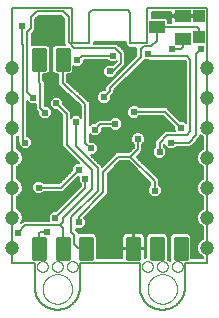
<source format=gbl>
G75*
%MOIN*%
%OFA0B0*%
%FSLAX25Y25*%
%IPPOS*%
%LPD*%
%AMOC8*
5,1,8,0,0,1.08239X$1,22.5*
%
%ADD10C,0.00500*%
%ADD11C,0.00000*%
%ADD12R,0.04252X0.04134*%
%ADD13C,0.01000*%
%ADD14R,0.05512X0.03937*%
%ADD15C,0.02400*%
%ADD16C,0.00800*%
%ADD17C,0.01200*%
%ADD18C,0.04724*%
D10*
X0005050Y0016901D02*
X0005050Y0101862D01*
X0025050Y0101862D01*
X0025050Y0090026D01*
X0030675Y0090026D01*
X0030675Y0100221D01*
X0031652Y0101198D01*
X0043448Y0101198D01*
X0044425Y0100221D01*
X0044425Y0090026D01*
X0050050Y0090026D01*
X0050050Y0101901D01*
X0070001Y0101901D01*
X0070050Y0101862D01*
X0070050Y0101901D02*
X0070050Y0073151D01*
X0070001Y0016901D01*
X0062550Y0016901D01*
X0062550Y0008151D01*
X0062533Y0007969D01*
X0062511Y0007787D01*
X0062484Y0007605D01*
X0062454Y0007425D01*
X0062419Y0007245D01*
X0062379Y0007066D01*
X0062335Y0006888D01*
X0062287Y0006711D01*
X0062235Y0006535D01*
X0062178Y0006361D01*
X0062117Y0006188D01*
X0062052Y0006017D01*
X0061983Y0005847D01*
X0061909Y0005679D01*
X0061832Y0005513D01*
X0061750Y0005349D01*
X0061665Y0005187D01*
X0061576Y0005027D01*
X0061482Y0004869D01*
X0061385Y0004713D01*
X0061284Y0004560D01*
X0061180Y0004410D01*
X0061072Y0004262D01*
X0060960Y0004116D01*
X0060845Y0003974D01*
X0060726Y0003834D01*
X0060604Y0003698D01*
X0060479Y0003564D01*
X0060350Y0003433D01*
X0060219Y0003306D01*
X0060084Y0003181D01*
X0059946Y0003060D01*
X0059806Y0002943D01*
X0059662Y0002829D01*
X0059516Y0002718D01*
X0059367Y0002611D01*
X0059216Y0002508D01*
X0059062Y0002408D01*
X0058906Y0002313D01*
X0058747Y0002221D01*
X0058586Y0002133D01*
X0058424Y0002048D01*
X0058259Y0001968D01*
X0058092Y0001892D01*
X0057923Y0001820D01*
X0057753Y0001752D01*
X0057581Y0001689D01*
X0057408Y0001629D01*
X0057233Y0001574D01*
X0057057Y0001523D01*
X0056880Y0001476D01*
X0056702Y0001433D01*
X0056522Y0001395D01*
X0056342Y0001362D01*
X0056161Y0001333D01*
X0055980Y0001308D01*
X0055798Y0001287D01*
X0055615Y0001271D01*
X0055432Y0001260D01*
X0055249Y0001253D01*
X0055066Y0001250D01*
X0054883Y0001252D01*
X0054699Y0001258D01*
X0054516Y0001269D01*
X0054334Y0001284D01*
X0054152Y0001304D01*
X0053970Y0001328D01*
X0053789Y0001356D01*
X0053608Y0001389D01*
X0053429Y0001427D01*
X0053251Y0001468D01*
X0053073Y0001514D01*
X0052897Y0001565D01*
X0052722Y0001619D01*
X0052548Y0001678D01*
X0052376Y0001741D01*
X0052206Y0001808D01*
X0052037Y0001879D01*
X0051870Y0001955D01*
X0051705Y0002034D01*
X0051541Y0002118D01*
X0051380Y0002205D01*
X0051221Y0002297D01*
X0051065Y0002392D01*
X0050911Y0002491D01*
X0050759Y0002593D01*
X0050609Y0002700D01*
X0050463Y0002810D01*
X0050319Y0002923D01*
X0050178Y0003040D01*
X0050040Y0003160D01*
X0049904Y0003284D01*
X0049772Y0003411D01*
X0049643Y0003541D01*
X0049517Y0003674D01*
X0049395Y0003811D01*
X0049275Y0003950D01*
X0049159Y0004092D01*
X0049047Y0004237D01*
X0048938Y0004384D01*
X0048833Y0004534D01*
X0048732Y0004687D01*
X0048634Y0004842D01*
X0048540Y0004999D01*
X0048450Y0005159D01*
X0048364Y0005321D01*
X0048282Y0005485D01*
X0048204Y0005650D01*
X0048130Y0005818D01*
X0048060Y0005987D01*
X0047994Y0006158D01*
X0047932Y0006331D01*
X0047875Y0006505D01*
X0047822Y0006681D01*
X0047773Y0006857D01*
X0047728Y0007035D01*
X0047688Y0007214D01*
X0047652Y0007393D01*
X0047621Y0007574D01*
X0047594Y0007755D01*
X0047571Y0007937D01*
X0047553Y0008120D01*
X0047539Y0008302D01*
X0047530Y0008485D01*
X0047525Y0008669D01*
X0047524Y0008852D01*
X0047528Y0009035D01*
X0047537Y0009218D01*
X0047550Y0009401D01*
X0047550Y0016901D01*
X0027550Y0016901D01*
X0027550Y0009401D01*
X0033226Y0018401D02*
X0033226Y0025734D01*
X0032318Y0026642D01*
X0027125Y0026642D01*
X0027125Y0026877D01*
X0026276Y0027726D01*
X0026187Y0027814D01*
X0026187Y0028207D01*
X0026306Y0028088D01*
X0028169Y0028088D01*
X0029487Y0029407D01*
X0029487Y0031270D01*
X0028916Y0031842D01*
X0035963Y0038888D01*
X0036812Y0039738D01*
X0036812Y0046613D01*
X0040963Y0050763D01*
X0043824Y0050763D01*
X0051100Y0043488D01*
X0051100Y0042695D01*
X0050300Y0041895D01*
X0050300Y0040032D01*
X0051618Y0038713D01*
X0053482Y0038713D01*
X0054800Y0040032D01*
X0054800Y0041895D01*
X0054000Y0042695D01*
X0054000Y0044689D01*
X0053151Y0045538D01*
X0046476Y0052213D01*
X0047526Y0053263D01*
X0048375Y0054113D01*
X0048375Y0056419D01*
X0049175Y0057219D01*
X0049175Y0059083D01*
X0047857Y0060401D01*
X0045993Y0060401D01*
X0044675Y0059083D01*
X0044675Y0057219D01*
X0045475Y0056419D01*
X0045475Y0055314D01*
X0043824Y0053663D01*
X0039762Y0053663D01*
X0038913Y0052814D01*
X0034937Y0048839D01*
X0034937Y0049064D01*
X0031226Y0052776D01*
X0032232Y0052776D01*
X0033550Y0054094D01*
X0033550Y0055958D01*
X0032232Y0057276D01*
X0031101Y0057276D01*
X0030875Y0057502D01*
X0030875Y0059769D01*
X0031618Y0059026D01*
X0033482Y0059026D01*
X0034800Y0060344D01*
X0034800Y0061475D01*
X0035026Y0061701D01*
X0037693Y0061701D01*
X0038493Y0060901D01*
X0040357Y0060901D01*
X0041675Y0062219D01*
X0041675Y0064083D01*
X0040357Y0065401D01*
X0038493Y0065401D01*
X0037693Y0064601D01*
X0033824Y0064601D01*
X0032749Y0063526D01*
X0031618Y0063526D01*
X0030875Y0062783D01*
X0030875Y0069149D01*
X0030899Y0069175D01*
X0030875Y0069744D01*
X0030875Y0070314D01*
X0030850Y0070340D01*
X0030848Y0070375D01*
X0030428Y0070761D01*
X0030026Y0071163D01*
X0029990Y0071163D01*
X0023252Y0077349D01*
X0023252Y0079660D01*
X0024444Y0079660D01*
X0025352Y0080568D01*
X0025352Y0082480D01*
X0025681Y0082151D01*
X0027544Y0082151D01*
X0028862Y0083469D01*
X0028862Y0084513D01*
X0036756Y0084513D01*
X0037556Y0083713D01*
X0039419Y0083713D01*
X0039850Y0084144D01*
X0039850Y0084064D01*
X0038584Y0082799D01*
X0038482Y0082901D01*
X0036618Y0082901D01*
X0035300Y0081583D01*
X0035300Y0079719D01*
X0036618Y0078401D01*
X0038482Y0078401D01*
X0039800Y0079719D01*
X0039800Y0079913D01*
X0039937Y0080050D01*
X0042750Y0082863D01*
X0042750Y0087189D01*
X0041901Y0088038D01*
X0040026Y0089913D01*
X0032175Y0089913D01*
X0032175Y0090529D01*
X0042925Y0090529D01*
X0042925Y0089405D01*
X0043804Y0088526D01*
X0046412Y0088526D01*
X0046412Y0085939D01*
X0036100Y0075627D01*
X0036100Y0074689D01*
X0035874Y0074463D01*
X0034743Y0074463D01*
X0033425Y0073145D01*
X0033425Y0071282D01*
X0034743Y0069963D01*
X0036607Y0069963D01*
X0037925Y0071282D01*
X0037925Y0072413D01*
X0039000Y0073488D01*
X0039000Y0074425D01*
X0049172Y0084597D01*
X0049431Y0084338D01*
X0050562Y0084338D01*
X0050699Y0084201D01*
X0062574Y0084201D01*
X0062975Y0083800D01*
X0062975Y0063408D01*
X0062232Y0064151D01*
X0061101Y0064151D01*
X0057437Y0067814D01*
X0056588Y0068663D01*
X0047407Y0068663D01*
X0046607Y0069463D01*
X0044743Y0069463D01*
X0043425Y0068145D01*
X0043425Y0066282D01*
X0044743Y0064963D01*
X0046607Y0064963D01*
X0047407Y0065763D01*
X0055387Y0065763D01*
X0059050Y0062100D01*
X0059050Y0060969D01*
X0059168Y0060851D01*
X0056012Y0060851D01*
X0055162Y0060002D01*
X0052662Y0057502D01*
X0052662Y0055508D01*
X0051862Y0054708D01*
X0051862Y0052844D01*
X0053181Y0051526D01*
X0055044Y0051526D01*
X0056362Y0052844D01*
X0056362Y0054708D01*
X0055562Y0055508D01*
X0055562Y0056300D01*
X0055612Y0056350D01*
X0055612Y0055969D01*
X0056931Y0054651D01*
X0058794Y0054651D01*
X0059594Y0055451D01*
X0064401Y0055451D01*
X0065250Y0056300D01*
X0067750Y0058800D01*
X0067750Y0059375D01*
X0068117Y0059008D01*
X0068537Y0058834D01*
X0068534Y0054966D01*
X0068117Y0054794D01*
X0067157Y0053834D01*
X0066638Y0052580D01*
X0066638Y0051222D01*
X0067157Y0049968D01*
X0068117Y0049008D01*
X0068529Y0048838D01*
X0068525Y0044963D01*
X0068117Y0044794D01*
X0067157Y0043834D01*
X0066638Y0042580D01*
X0066638Y0041222D01*
X0067157Y0039968D01*
X0068117Y0039008D01*
X0068520Y0038841D01*
X0068517Y0034959D01*
X0068117Y0034794D01*
X0067157Y0033834D01*
X0066638Y0032580D01*
X0066638Y0031222D01*
X0067157Y0029968D01*
X0068117Y0029008D01*
X0068511Y0028845D01*
X0068508Y0024956D01*
X0068117Y0024794D01*
X0067157Y0023834D01*
X0066638Y0022580D01*
X0066638Y0021222D01*
X0067157Y0019968D01*
X0068117Y0019008D01*
X0068502Y0018849D01*
X0068502Y0018401D01*
X0064722Y0018401D01*
X0064722Y0025734D01*
X0063814Y0026642D01*
X0058530Y0026642D01*
X0057622Y0025734D01*
X0057622Y0017576D01*
X0057662Y0017536D01*
X0057550Y0017424D01*
X0056848Y0018126D01*
X0056848Y0025734D01*
X0055940Y0026642D01*
X0050656Y0026642D01*
X0049748Y0025734D01*
X0049748Y0018673D01*
X0049449Y0018673D01*
X0049174Y0018559D01*
X0049174Y0021405D01*
X0045674Y0021405D01*
X0045674Y0021905D01*
X0045174Y0021905D01*
X0045174Y0026842D01*
X0043194Y0026842D01*
X0042749Y0026723D01*
X0042349Y0026492D01*
X0042024Y0026166D01*
X0041793Y0025767D01*
X0041674Y0025322D01*
X0041674Y0021905D01*
X0045174Y0021905D01*
X0045174Y0021405D01*
X0041674Y0021405D01*
X0041674Y0018401D01*
X0033226Y0018401D01*
X0033226Y0018895D02*
X0041674Y0018895D01*
X0041674Y0019394D02*
X0033226Y0019394D01*
X0033226Y0019892D02*
X0041674Y0019892D01*
X0041674Y0020391D02*
X0033226Y0020391D01*
X0033226Y0020889D02*
X0041674Y0020889D01*
X0041674Y0021388D02*
X0033226Y0021388D01*
X0033226Y0021886D02*
X0045174Y0021886D01*
X0045174Y0021405D02*
X0045674Y0021405D01*
X0045674Y0018401D01*
X0045174Y0018401D01*
X0045174Y0021405D01*
X0045174Y0021388D02*
X0045674Y0021388D01*
X0045674Y0021886D02*
X0049748Y0021886D01*
X0049748Y0021388D02*
X0049174Y0021388D01*
X0049174Y0020889D02*
X0049748Y0020889D01*
X0049748Y0020391D02*
X0049174Y0020391D01*
X0049174Y0019892D02*
X0049748Y0019892D01*
X0049748Y0019394D02*
X0049174Y0019394D01*
X0049174Y0018895D02*
X0049748Y0018895D01*
X0049174Y0021905D02*
X0049174Y0025322D01*
X0049055Y0025767D01*
X0048824Y0026166D01*
X0048499Y0026492D01*
X0048099Y0026723D01*
X0047654Y0026842D01*
X0045674Y0026842D01*
X0045674Y0021905D01*
X0049174Y0021905D01*
X0049174Y0022385D02*
X0049748Y0022385D01*
X0049748Y0022883D02*
X0049174Y0022883D01*
X0049174Y0023382D02*
X0049748Y0023382D01*
X0049748Y0023880D02*
X0049174Y0023880D01*
X0049174Y0024379D02*
X0049748Y0024379D01*
X0049748Y0024877D02*
X0049174Y0024877D01*
X0049160Y0025376D02*
X0049748Y0025376D01*
X0049888Y0025874D02*
X0048993Y0025874D01*
X0048618Y0026373D02*
X0050387Y0026373D01*
X0045674Y0026373D02*
X0045174Y0026373D01*
X0045174Y0025874D02*
X0045674Y0025874D01*
X0045674Y0025376D02*
X0045174Y0025376D01*
X0045174Y0024877D02*
X0045674Y0024877D01*
X0045674Y0024379D02*
X0045174Y0024379D01*
X0045174Y0023880D02*
X0045674Y0023880D01*
X0045674Y0023382D02*
X0045174Y0023382D01*
X0045174Y0022883D02*
X0045674Y0022883D01*
X0045674Y0022385D02*
X0045174Y0022385D01*
X0045174Y0020889D02*
X0045674Y0020889D01*
X0045674Y0020391D02*
X0045174Y0020391D01*
X0045174Y0019892D02*
X0045674Y0019892D01*
X0045674Y0019394D02*
X0045174Y0019394D01*
X0045174Y0018895D02*
X0045674Y0018895D01*
X0041674Y0022385D02*
X0033226Y0022385D01*
X0033226Y0022883D02*
X0041674Y0022883D01*
X0041674Y0023382D02*
X0033226Y0023382D01*
X0033226Y0023880D02*
X0041674Y0023880D01*
X0041674Y0024379D02*
X0033226Y0024379D01*
X0033226Y0024877D02*
X0041674Y0024877D01*
X0041688Y0025376D02*
X0033226Y0025376D01*
X0033086Y0025874D02*
X0041855Y0025874D01*
X0042230Y0026373D02*
X0032587Y0026373D01*
X0029445Y0029364D02*
X0067762Y0029364D01*
X0067263Y0029862D02*
X0029487Y0029862D01*
X0029487Y0030361D02*
X0066995Y0030361D01*
X0066788Y0030859D02*
X0029487Y0030859D01*
X0029400Y0031358D02*
X0066638Y0031358D01*
X0066638Y0031856D02*
X0028931Y0031856D01*
X0029429Y0032355D02*
X0066638Y0032355D01*
X0066751Y0032853D02*
X0029928Y0032853D01*
X0030426Y0033352D02*
X0066958Y0033352D01*
X0067174Y0033850D02*
X0030925Y0033850D01*
X0031423Y0034349D02*
X0067672Y0034349D01*
X0068247Y0034847D02*
X0031922Y0034847D01*
X0032421Y0035346D02*
X0068517Y0035346D01*
X0068517Y0035844D02*
X0032919Y0035844D01*
X0033418Y0036343D02*
X0068518Y0036343D01*
X0068518Y0036841D02*
X0033916Y0036841D01*
X0034415Y0037340D02*
X0068519Y0037340D01*
X0068519Y0037838D02*
X0034913Y0037838D01*
X0035412Y0038337D02*
X0068520Y0038337D01*
X0068520Y0038835D02*
X0053604Y0038835D01*
X0054102Y0039334D02*
X0067791Y0039334D01*
X0067293Y0039833D02*
X0054601Y0039833D01*
X0054800Y0040331D02*
X0067007Y0040331D01*
X0066800Y0040830D02*
X0054800Y0040830D01*
X0054800Y0041328D02*
X0066638Y0041328D01*
X0066638Y0041827D02*
X0054800Y0041827D01*
X0054370Y0042325D02*
X0066638Y0042325D01*
X0066739Y0042824D02*
X0054000Y0042824D01*
X0054000Y0043322D02*
X0066945Y0043322D01*
X0067152Y0043821D02*
X0054000Y0043821D01*
X0054000Y0044319D02*
X0067643Y0044319D01*
X0068175Y0044818D02*
X0053871Y0044818D01*
X0053373Y0045316D02*
X0068526Y0045316D01*
X0068526Y0045815D02*
X0052874Y0045815D01*
X0052376Y0046313D02*
X0068527Y0046313D01*
X0068527Y0046812D02*
X0051877Y0046812D01*
X0051379Y0047310D02*
X0068527Y0047310D01*
X0068528Y0047809D02*
X0050880Y0047809D01*
X0050382Y0048307D02*
X0068528Y0048307D01*
X0068529Y0048806D02*
X0049883Y0048806D01*
X0049385Y0049304D02*
X0067821Y0049304D01*
X0067323Y0049803D02*
X0048886Y0049803D01*
X0048388Y0050301D02*
X0067019Y0050301D01*
X0066813Y0050800D02*
X0047889Y0050800D01*
X0047391Y0051298D02*
X0066638Y0051298D01*
X0066638Y0051797D02*
X0055315Y0051797D01*
X0055814Y0052295D02*
X0066638Y0052295D01*
X0066726Y0052794D02*
X0056312Y0052794D01*
X0056362Y0053292D02*
X0066933Y0053292D01*
X0067139Y0053791D02*
X0056362Y0053791D01*
X0056362Y0054289D02*
X0067613Y0054289D01*
X0068111Y0054788D02*
X0058931Y0054788D01*
X0059430Y0055286D02*
X0068534Y0055286D01*
X0068535Y0055785D02*
X0064734Y0055785D01*
X0065233Y0056283D02*
X0068535Y0056283D01*
X0068536Y0056782D02*
X0065732Y0056782D01*
X0066230Y0057280D02*
X0068536Y0057280D01*
X0068537Y0057779D02*
X0066729Y0057779D01*
X0067227Y0058277D02*
X0068537Y0058277D01*
X0068537Y0058776D02*
X0067726Y0058776D01*
X0067750Y0059274D02*
X0067851Y0059274D01*
X0062975Y0063761D02*
X0062622Y0063761D01*
X0062975Y0064260D02*
X0060992Y0064260D01*
X0060494Y0064758D02*
X0062975Y0064758D01*
X0062975Y0065257D02*
X0059995Y0065257D01*
X0059496Y0065755D02*
X0062975Y0065755D01*
X0062975Y0066254D02*
X0058998Y0066254D01*
X0058499Y0066752D02*
X0062975Y0066752D01*
X0062975Y0067251D02*
X0058001Y0067251D01*
X0057502Y0067749D02*
X0062975Y0067749D01*
X0062975Y0068248D02*
X0057004Y0068248D01*
X0055395Y0065755D02*
X0047399Y0065755D01*
X0046900Y0065257D02*
X0055894Y0065257D01*
X0056392Y0064758D02*
X0041000Y0064758D01*
X0041498Y0064260D02*
X0056891Y0064260D01*
X0057389Y0063761D02*
X0041675Y0063761D01*
X0041675Y0063263D02*
X0057888Y0063263D01*
X0058386Y0062764D02*
X0041675Y0062764D01*
X0041675Y0062266D02*
X0058885Y0062266D01*
X0059050Y0061767D02*
X0041223Y0061767D01*
X0040724Y0061269D02*
X0059050Y0061269D01*
X0055931Y0060770D02*
X0034800Y0060770D01*
X0034800Y0061269D02*
X0038126Y0061269D01*
X0037850Y0064758D02*
X0030875Y0064758D01*
X0030875Y0064260D02*
X0033483Y0064260D01*
X0032984Y0063761D02*
X0030875Y0063761D01*
X0030875Y0063263D02*
X0031355Y0063263D01*
X0030875Y0065257D02*
X0038349Y0065257D01*
X0040501Y0065257D02*
X0044450Y0065257D01*
X0043951Y0065755D02*
X0030875Y0065755D01*
X0030875Y0066254D02*
X0043453Y0066254D01*
X0043425Y0066752D02*
X0030875Y0066752D01*
X0030875Y0067251D02*
X0043425Y0067251D01*
X0043425Y0067749D02*
X0030875Y0067749D01*
X0030875Y0068248D02*
X0043527Y0068248D01*
X0044026Y0068746D02*
X0030875Y0068746D01*
X0030896Y0069245D02*
X0044524Y0069245D01*
X0046826Y0069245D02*
X0062975Y0069245D01*
X0062975Y0069743D02*
X0030875Y0069743D01*
X0030875Y0070242D02*
X0034465Y0070242D01*
X0033966Y0070740D02*
X0030451Y0070740D01*
X0029908Y0071239D02*
X0033468Y0071239D01*
X0033425Y0071737D02*
X0029365Y0071737D01*
X0028822Y0072236D02*
X0033425Y0072236D01*
X0033425Y0072734D02*
X0028279Y0072734D01*
X0027736Y0073233D02*
X0033512Y0073233D01*
X0034011Y0073731D02*
X0027192Y0073731D01*
X0026649Y0074230D02*
X0034509Y0074230D01*
X0036100Y0074728D02*
X0026106Y0074728D01*
X0025563Y0075227D02*
X0036100Y0075227D01*
X0036199Y0075725D02*
X0025020Y0075725D01*
X0024477Y0076224D02*
X0036697Y0076224D01*
X0037196Y0076722D02*
X0023934Y0076722D01*
X0023391Y0077221D02*
X0037694Y0077221D01*
X0038193Y0077719D02*
X0023252Y0077719D01*
X0023252Y0078218D02*
X0038691Y0078218D01*
X0038797Y0078716D02*
X0039190Y0078716D01*
X0039296Y0079215D02*
X0039688Y0079215D01*
X0039794Y0079713D02*
X0040187Y0079713D01*
X0040099Y0080212D02*
X0040685Y0080212D01*
X0040598Y0080710D02*
X0041184Y0080710D01*
X0041096Y0081209D02*
X0041682Y0081209D01*
X0041595Y0081707D02*
X0042181Y0081707D01*
X0042093Y0082206D02*
X0042679Y0082206D01*
X0042592Y0082704D02*
X0043178Y0082704D01*
X0042750Y0083203D02*
X0043676Y0083203D01*
X0044175Y0083702D02*
X0042750Y0083702D01*
X0042750Y0084200D02*
X0044673Y0084200D01*
X0045172Y0084699D02*
X0042750Y0084699D01*
X0042750Y0085197D02*
X0045670Y0085197D01*
X0046169Y0085696D02*
X0042750Y0085696D01*
X0042750Y0086194D02*
X0046412Y0086194D01*
X0046412Y0086693D02*
X0042750Y0086693D01*
X0042748Y0087191D02*
X0046412Y0087191D01*
X0046412Y0087690D02*
X0042249Y0087690D01*
X0041751Y0088188D02*
X0046412Y0088188D01*
X0043643Y0088687D02*
X0041252Y0088687D01*
X0040754Y0089185D02*
X0043145Y0089185D01*
X0042925Y0089684D02*
X0040255Y0089684D01*
X0042925Y0090182D02*
X0032175Y0090182D01*
X0028862Y0084200D02*
X0037069Y0084200D01*
X0036422Y0082704D02*
X0028098Y0082704D01*
X0027599Y0082206D02*
X0035923Y0082206D01*
X0035424Y0081707D02*
X0025352Y0081707D01*
X0025352Y0081209D02*
X0035300Y0081209D01*
X0035300Y0080710D02*
X0025352Y0080710D01*
X0024996Y0080212D02*
X0035300Y0080212D01*
X0035306Y0079713D02*
X0024497Y0079713D01*
X0023252Y0079215D02*
X0035804Y0079215D01*
X0036303Y0078716D02*
X0023252Y0078716D01*
X0020352Y0078716D02*
X0015250Y0078716D01*
X0015250Y0078218D02*
X0020352Y0078218D01*
X0020352Y0077719D02*
X0015345Y0077719D01*
X0015250Y0077814D02*
X0015250Y0079660D01*
X0016570Y0079660D01*
X0017478Y0080568D01*
X0017478Y0088726D01*
X0016570Y0089634D01*
X0011500Y0089634D01*
X0011500Y0093175D01*
X0011901Y0093576D01*
X0012750Y0094425D01*
X0012750Y0098175D01*
X0013776Y0099201D01*
X0021324Y0099201D01*
X0022350Y0098175D01*
X0022350Y0089738D01*
X0022454Y0089634D01*
X0019160Y0089634D01*
X0018252Y0088726D01*
X0018252Y0080568D01*
X0019160Y0079660D01*
X0020352Y0079660D01*
X0020352Y0077276D01*
X0020328Y0077250D01*
X0020352Y0076681D01*
X0020352Y0076111D01*
X0020377Y0076085D01*
X0020379Y0076050D01*
X0020799Y0075664D01*
X0021201Y0075262D01*
X0021237Y0075262D01*
X0027975Y0069076D01*
X0027975Y0065283D01*
X0027232Y0066026D01*
X0025368Y0066026D01*
X0024625Y0065283D01*
X0024625Y0067189D01*
X0021987Y0069827D01*
X0021987Y0070958D01*
X0020669Y0072276D01*
X0018806Y0072276D01*
X0017488Y0070958D01*
X0017488Y0069094D01*
X0018806Y0067776D01*
X0019937Y0067776D01*
X0021725Y0065988D01*
X0021725Y0055675D01*
X0027312Y0050088D01*
X0026306Y0050088D01*
X0024987Y0048770D01*
X0024987Y0047639D01*
X0020699Y0043351D01*
X0015532Y0043351D01*
X0014732Y0044151D01*
X0012868Y0044151D01*
X0011550Y0042833D01*
X0011550Y0040969D01*
X0012868Y0039651D01*
X0014732Y0039651D01*
X0015532Y0040451D01*
X0021901Y0040451D01*
X0027038Y0045588D01*
X0027175Y0045588D01*
X0027175Y0043782D01*
X0027975Y0042982D01*
X0027975Y0042502D01*
X0019624Y0034151D01*
X0018493Y0034151D01*
X0017175Y0032833D01*
X0017175Y0030969D01*
X0017293Y0030851D01*
X0008824Y0030851D01*
X0007944Y0029970D01*
X0008462Y0031222D01*
X0008462Y0032580D01*
X0007943Y0033834D01*
X0006983Y0034794D01*
X0006550Y0034973D01*
X0006550Y0038829D01*
X0006983Y0039008D01*
X0007943Y0039968D01*
X0008462Y0041222D01*
X0008462Y0042580D01*
X0007943Y0043834D01*
X0006983Y0044794D01*
X0006550Y0044973D01*
X0006550Y0048829D01*
X0006983Y0049008D01*
X0007943Y0049968D01*
X0008462Y0051222D01*
X0008462Y0052580D01*
X0007943Y0053834D01*
X0006983Y0054794D01*
X0006550Y0054973D01*
X0006550Y0058829D01*
X0006983Y0059008D01*
X0007037Y0059063D01*
X0007037Y0057238D01*
X0007175Y0057100D01*
X0007175Y0055969D01*
X0008493Y0054651D01*
X0010357Y0054651D01*
X0011675Y0055969D01*
X0011675Y0057833D01*
X0010357Y0059151D01*
X0009937Y0059151D01*
X0009937Y0070707D01*
X0010993Y0069651D01*
X0012857Y0069651D01*
X0012975Y0069769D01*
X0012975Y0067863D01*
X0013737Y0067100D01*
X0013737Y0065969D01*
X0015056Y0064651D01*
X0016919Y0064651D01*
X0018237Y0065969D01*
X0018237Y0067833D01*
X0016919Y0069151D01*
X0015875Y0069151D01*
X0015875Y0077189D01*
X0015250Y0077814D01*
X0015843Y0077221D02*
X0020329Y0077221D01*
X0020350Y0076722D02*
X0015875Y0076722D01*
X0015875Y0076224D02*
X0020352Y0076224D01*
X0020732Y0075725D02*
X0015875Y0075725D01*
X0015875Y0075227D02*
X0021275Y0075227D01*
X0021818Y0074728D02*
X0015875Y0074728D01*
X0015875Y0074230D02*
X0022361Y0074230D01*
X0022904Y0073731D02*
X0015875Y0073731D01*
X0015875Y0073233D02*
X0023447Y0073233D01*
X0023990Y0072734D02*
X0015875Y0072734D01*
X0015875Y0072236D02*
X0018765Y0072236D01*
X0018267Y0071737D02*
X0015875Y0071737D01*
X0015875Y0071239D02*
X0017768Y0071239D01*
X0017488Y0070740D02*
X0015875Y0070740D01*
X0015875Y0070242D02*
X0017488Y0070242D01*
X0017488Y0069743D02*
X0015875Y0069743D01*
X0015875Y0069245D02*
X0017488Y0069245D01*
X0017324Y0068746D02*
X0017835Y0068746D01*
X0017823Y0068248D02*
X0018334Y0068248D01*
X0018237Y0067749D02*
X0019964Y0067749D01*
X0020462Y0067251D02*
X0018237Y0067251D01*
X0018237Y0066752D02*
X0020961Y0066752D01*
X0021459Y0066254D02*
X0018237Y0066254D01*
X0018024Y0065755D02*
X0021725Y0065755D01*
X0021725Y0065257D02*
X0017525Y0065257D01*
X0017027Y0064758D02*
X0021725Y0064758D01*
X0021725Y0064260D02*
X0009937Y0064260D01*
X0009937Y0064758D02*
X0014948Y0064758D01*
X0014450Y0065257D02*
X0009937Y0065257D01*
X0009937Y0065755D02*
X0013951Y0065755D01*
X0013737Y0066254D02*
X0009937Y0066254D01*
X0009937Y0066752D02*
X0013737Y0066752D01*
X0013587Y0067251D02*
X0009937Y0067251D01*
X0009937Y0067749D02*
X0013089Y0067749D01*
X0012975Y0068248D02*
X0009937Y0068248D01*
X0009937Y0068746D02*
X0012975Y0068746D01*
X0012975Y0069245D02*
X0009937Y0069245D01*
X0009937Y0069743D02*
X0010901Y0069743D01*
X0010402Y0070242D02*
X0009937Y0070242D01*
X0012949Y0069743D02*
X0012975Y0069743D01*
X0009937Y0063761D02*
X0021725Y0063761D01*
X0021725Y0063263D02*
X0009937Y0063263D01*
X0009937Y0062764D02*
X0021725Y0062764D01*
X0021725Y0062266D02*
X0009937Y0062266D01*
X0009937Y0061767D02*
X0021725Y0061767D01*
X0021725Y0061269D02*
X0009937Y0061269D01*
X0009937Y0060770D02*
X0021725Y0060770D01*
X0021725Y0060271D02*
X0009937Y0060271D01*
X0009937Y0059773D02*
X0021725Y0059773D01*
X0021725Y0059274D02*
X0009937Y0059274D01*
X0010732Y0058776D02*
X0021725Y0058776D01*
X0021725Y0058277D02*
X0011231Y0058277D01*
X0011675Y0057779D02*
X0021725Y0057779D01*
X0021725Y0057280D02*
X0011675Y0057280D01*
X0011675Y0056782D02*
X0021725Y0056782D01*
X0021725Y0056283D02*
X0011675Y0056283D01*
X0011491Y0055785D02*
X0021725Y0055785D01*
X0022114Y0055286D02*
X0010992Y0055286D01*
X0010494Y0054788D02*
X0022613Y0054788D01*
X0023111Y0054289D02*
X0007487Y0054289D01*
X0007961Y0053791D02*
X0023610Y0053791D01*
X0024108Y0053292D02*
X0008167Y0053292D01*
X0008374Y0052794D02*
X0024607Y0052794D01*
X0025105Y0052295D02*
X0008462Y0052295D01*
X0008462Y0051797D02*
X0025604Y0051797D01*
X0026102Y0051298D02*
X0008462Y0051298D01*
X0008287Y0050800D02*
X0026601Y0050800D01*
X0027099Y0050301D02*
X0008081Y0050301D01*
X0007777Y0049803D02*
X0026020Y0049803D01*
X0025521Y0049304D02*
X0007279Y0049304D01*
X0006550Y0048806D02*
X0025023Y0048806D01*
X0024987Y0048307D02*
X0006550Y0048307D01*
X0006550Y0047809D02*
X0024987Y0047809D01*
X0024659Y0047310D02*
X0006550Y0047310D01*
X0006550Y0046812D02*
X0024160Y0046812D01*
X0023662Y0046313D02*
X0006550Y0046313D01*
X0006550Y0045815D02*
X0023163Y0045815D01*
X0022665Y0045316D02*
X0006550Y0045316D01*
X0006925Y0044818D02*
X0022166Y0044818D01*
X0021668Y0044319D02*
X0007457Y0044319D01*
X0007948Y0043821D02*
X0012538Y0043821D01*
X0012039Y0043322D02*
X0008155Y0043322D01*
X0008361Y0042824D02*
X0011550Y0042824D01*
X0011550Y0042325D02*
X0008462Y0042325D01*
X0008462Y0041827D02*
X0011550Y0041827D01*
X0011550Y0041328D02*
X0008462Y0041328D01*
X0008300Y0040830D02*
X0011689Y0040830D01*
X0012188Y0040331D02*
X0008093Y0040331D01*
X0007807Y0039833D02*
X0012686Y0039833D01*
X0014913Y0039833D02*
X0025306Y0039833D01*
X0025804Y0040331D02*
X0015412Y0040331D01*
X0015062Y0043821D02*
X0021169Y0043821D01*
X0023276Y0041827D02*
X0027300Y0041827D01*
X0027798Y0042325D02*
X0023775Y0042325D01*
X0024273Y0042824D02*
X0027975Y0042824D01*
X0027634Y0043322D02*
X0024772Y0043322D01*
X0025270Y0043821D02*
X0027175Y0043821D01*
X0027175Y0044319D02*
X0025769Y0044319D01*
X0026267Y0044818D02*
X0027175Y0044818D01*
X0027175Y0045316D02*
X0026766Y0045316D01*
X0026801Y0041328D02*
X0022778Y0041328D01*
X0022279Y0040830D02*
X0026303Y0040830D01*
X0024807Y0039334D02*
X0007309Y0039334D01*
X0006566Y0038835D02*
X0024309Y0038835D01*
X0023810Y0038337D02*
X0006550Y0038337D01*
X0006550Y0037838D02*
X0023312Y0037838D01*
X0022813Y0037340D02*
X0006550Y0037340D01*
X0006550Y0036841D02*
X0022315Y0036841D01*
X0021816Y0036343D02*
X0006550Y0036343D01*
X0006550Y0035844D02*
X0021318Y0035844D01*
X0020819Y0035346D02*
X0006550Y0035346D01*
X0006853Y0034847D02*
X0020321Y0034847D01*
X0019822Y0034349D02*
X0007428Y0034349D01*
X0007926Y0033850D02*
X0018192Y0033850D01*
X0017694Y0033352D02*
X0008142Y0033352D01*
X0008349Y0032853D02*
X0017195Y0032853D01*
X0017175Y0032355D02*
X0008462Y0032355D01*
X0008462Y0031856D02*
X0017175Y0031856D01*
X0017175Y0031358D02*
X0008462Y0031358D01*
X0008312Y0030859D02*
X0017285Y0030859D01*
X0008334Y0030361D02*
X0008105Y0030361D01*
X0005050Y0016901D02*
X0012550Y0016901D01*
X0012550Y0009401D01*
X0012537Y0009217D01*
X0012528Y0009033D01*
X0012524Y0008848D01*
X0012525Y0008664D01*
X0012530Y0008480D01*
X0012539Y0008296D01*
X0012553Y0008112D01*
X0012572Y0007928D01*
X0012595Y0007745D01*
X0012622Y0007563D01*
X0012654Y0007381D01*
X0012691Y0007201D01*
X0012732Y0007021D01*
X0012777Y0006842D01*
X0012826Y0006664D01*
X0012880Y0006488D01*
X0012938Y0006313D01*
X0013001Y0006140D01*
X0013068Y0005968D01*
X0013139Y0005797D01*
X0013214Y0005629D01*
X0013293Y0005462D01*
X0013376Y0005298D01*
X0013463Y0005135D01*
X0013554Y0004975D01*
X0013649Y0004817D01*
X0013748Y0004661D01*
X0013851Y0004508D01*
X0013957Y0004358D01*
X0014068Y0004210D01*
X0014181Y0004065D01*
X0014298Y0003922D01*
X0014419Y0003783D01*
X0014543Y0003646D01*
X0014670Y0003513D01*
X0014801Y0003383D01*
X0014935Y0003256D01*
X0015071Y0003132D01*
X0015211Y0003012D01*
X0015354Y0002895D01*
X0015499Y0002782D01*
X0015648Y0002672D01*
X0015799Y0002566D01*
X0015952Y0002464D01*
X0016108Y0002365D01*
X0016266Y0002270D01*
X0016427Y0002180D01*
X0016589Y0002093D01*
X0016754Y0002010D01*
X0016921Y0001931D01*
X0017089Y0001857D01*
X0017260Y0001786D01*
X0017432Y0001720D01*
X0017606Y0001658D01*
X0017781Y0001600D01*
X0017957Y0001547D01*
X0018135Y0001498D01*
X0018314Y0001453D01*
X0018494Y0001413D01*
X0018675Y0001377D01*
X0018856Y0001345D01*
X0019039Y0001318D01*
X0019222Y0001296D01*
X0019405Y0001278D01*
X0019589Y0001264D01*
X0019773Y0001255D01*
X0019958Y0001251D01*
X0020142Y0001251D01*
X0020327Y0001255D01*
X0020511Y0001264D01*
X0020695Y0001278D01*
X0020878Y0001296D01*
X0021061Y0001318D01*
X0021244Y0001345D01*
X0021425Y0001377D01*
X0021606Y0001413D01*
X0021786Y0001453D01*
X0021965Y0001498D01*
X0022143Y0001547D01*
X0022319Y0001600D01*
X0022494Y0001658D01*
X0022668Y0001720D01*
X0022840Y0001786D01*
X0023011Y0001857D01*
X0023179Y0001931D01*
X0023346Y0002010D01*
X0023511Y0002093D01*
X0023673Y0002180D01*
X0023834Y0002270D01*
X0023992Y0002365D01*
X0024148Y0002464D01*
X0024301Y0002566D01*
X0024452Y0002672D01*
X0024601Y0002782D01*
X0024746Y0002895D01*
X0024889Y0003012D01*
X0025029Y0003132D01*
X0025165Y0003256D01*
X0025299Y0003383D01*
X0025430Y0003513D01*
X0025557Y0003646D01*
X0025681Y0003783D01*
X0025802Y0003922D01*
X0025919Y0004065D01*
X0026032Y0004210D01*
X0026143Y0004358D01*
X0026249Y0004508D01*
X0026352Y0004661D01*
X0026451Y0004817D01*
X0026546Y0004975D01*
X0026637Y0005135D01*
X0026724Y0005298D01*
X0026807Y0005462D01*
X0026886Y0005629D01*
X0026961Y0005797D01*
X0027032Y0005968D01*
X0027099Y0006140D01*
X0027162Y0006313D01*
X0027220Y0006488D01*
X0027274Y0006664D01*
X0027323Y0006842D01*
X0027368Y0007021D01*
X0027409Y0007201D01*
X0027446Y0007381D01*
X0027478Y0007563D01*
X0027505Y0007745D01*
X0027528Y0007928D01*
X0027547Y0008112D01*
X0027561Y0008296D01*
X0027570Y0008480D01*
X0027575Y0008664D01*
X0027576Y0008848D01*
X0027572Y0009033D01*
X0027563Y0009217D01*
X0027550Y0009401D01*
X0027125Y0026871D02*
X0068510Y0026871D01*
X0068509Y0026373D02*
X0064083Y0026373D01*
X0064582Y0025874D02*
X0068509Y0025874D01*
X0068508Y0025376D02*
X0064722Y0025376D01*
X0064722Y0024877D02*
X0068319Y0024877D01*
X0067702Y0024379D02*
X0064722Y0024379D01*
X0064722Y0023880D02*
X0067204Y0023880D01*
X0066970Y0023382D02*
X0064722Y0023382D01*
X0064722Y0022883D02*
X0066763Y0022883D01*
X0066638Y0022385D02*
X0064722Y0022385D01*
X0064722Y0021886D02*
X0066638Y0021886D01*
X0066638Y0021388D02*
X0064722Y0021388D01*
X0064722Y0020889D02*
X0066776Y0020889D01*
X0066982Y0020391D02*
X0064722Y0020391D01*
X0064722Y0019892D02*
X0067233Y0019892D01*
X0067732Y0019394D02*
X0064722Y0019394D01*
X0064722Y0018895D02*
X0068391Y0018895D01*
X0068510Y0027370D02*
X0026632Y0027370D01*
X0026187Y0027868D02*
X0068510Y0027868D01*
X0068511Y0028367D02*
X0028448Y0028367D01*
X0028946Y0028865D02*
X0068462Y0028865D01*
X0058261Y0026373D02*
X0056209Y0026373D01*
X0056708Y0025874D02*
X0057762Y0025874D01*
X0057622Y0025376D02*
X0056848Y0025376D01*
X0056848Y0024877D02*
X0057622Y0024877D01*
X0057622Y0024379D02*
X0056848Y0024379D01*
X0056848Y0023880D02*
X0057622Y0023880D01*
X0057622Y0023382D02*
X0056848Y0023382D01*
X0056848Y0022883D02*
X0057622Y0022883D01*
X0057622Y0022385D02*
X0056848Y0022385D01*
X0056848Y0021886D02*
X0057622Y0021886D01*
X0057622Y0021388D02*
X0056848Y0021388D01*
X0056848Y0020889D02*
X0057622Y0020889D01*
X0057622Y0020391D02*
X0056848Y0020391D01*
X0056848Y0019892D02*
X0057622Y0019892D01*
X0057622Y0019394D02*
X0056848Y0019394D01*
X0056848Y0018895D02*
X0057622Y0018895D01*
X0057622Y0018397D02*
X0056848Y0018397D01*
X0057076Y0017898D02*
X0057622Y0017898D01*
X0051496Y0038835D02*
X0035910Y0038835D01*
X0036409Y0039334D02*
X0050998Y0039334D01*
X0050499Y0039833D02*
X0036812Y0039833D01*
X0036812Y0040331D02*
X0050300Y0040331D01*
X0050300Y0040830D02*
X0036812Y0040830D01*
X0036812Y0041328D02*
X0050300Y0041328D01*
X0050300Y0041827D02*
X0036812Y0041827D01*
X0036812Y0042325D02*
X0050730Y0042325D01*
X0051100Y0042824D02*
X0036812Y0042824D01*
X0036812Y0043322D02*
X0051100Y0043322D01*
X0050767Y0043821D02*
X0036812Y0043821D01*
X0036812Y0044319D02*
X0050269Y0044319D01*
X0049770Y0044818D02*
X0036812Y0044818D01*
X0036812Y0045316D02*
X0049272Y0045316D01*
X0048773Y0045815D02*
X0036812Y0045815D01*
X0036812Y0046313D02*
X0048275Y0046313D01*
X0047776Y0046812D02*
X0037011Y0046812D01*
X0037510Y0047310D02*
X0047278Y0047310D01*
X0046779Y0047809D02*
X0038008Y0047809D01*
X0038507Y0048307D02*
X0046281Y0048307D01*
X0045782Y0048806D02*
X0039005Y0048806D01*
X0039504Y0049304D02*
X0045284Y0049304D01*
X0044785Y0049803D02*
X0040002Y0049803D01*
X0040501Y0050301D02*
X0044287Y0050301D01*
X0046557Y0052295D02*
X0052411Y0052295D01*
X0052910Y0051797D02*
X0046892Y0051797D01*
X0047056Y0052794D02*
X0051913Y0052794D01*
X0051862Y0053292D02*
X0047554Y0053292D01*
X0048053Y0053791D02*
X0051862Y0053791D01*
X0051862Y0054289D02*
X0048375Y0054289D01*
X0048375Y0054788D02*
X0051942Y0054788D01*
X0052441Y0055286D02*
X0048375Y0055286D01*
X0048375Y0055785D02*
X0052662Y0055785D01*
X0052662Y0056283D02*
X0048375Y0056283D01*
X0048738Y0056782D02*
X0052662Y0056782D01*
X0052662Y0057280D02*
X0049175Y0057280D01*
X0049175Y0057779D02*
X0052940Y0057779D01*
X0053438Y0058277D02*
X0049175Y0058277D01*
X0049175Y0058776D02*
X0053937Y0058776D01*
X0054435Y0059274D02*
X0048984Y0059274D01*
X0048485Y0059773D02*
X0054934Y0059773D01*
X0055432Y0060271D02*
X0047986Y0060271D01*
X0045864Y0060271D02*
X0034727Y0060271D01*
X0034229Y0059773D02*
X0045365Y0059773D01*
X0044866Y0059274D02*
X0033730Y0059274D01*
X0031370Y0059274D02*
X0030875Y0059274D01*
X0030875Y0058776D02*
X0044675Y0058776D01*
X0044675Y0058277D02*
X0030875Y0058277D01*
X0030875Y0057779D02*
X0044675Y0057779D01*
X0044675Y0057280D02*
X0031096Y0057280D01*
X0032726Y0056782D02*
X0045112Y0056782D01*
X0045475Y0056283D02*
X0033225Y0056283D01*
X0033550Y0055785D02*
X0045475Y0055785D01*
X0045447Y0055286D02*
X0033550Y0055286D01*
X0033550Y0054788D02*
X0044949Y0054788D01*
X0044450Y0054289D02*
X0033550Y0054289D01*
X0033247Y0053791D02*
X0043952Y0053791D01*
X0039391Y0053292D02*
X0032748Y0053292D01*
X0032250Y0052794D02*
X0038892Y0052794D01*
X0038394Y0052295D02*
X0031706Y0052295D01*
X0032205Y0051797D02*
X0037895Y0051797D01*
X0037397Y0051298D02*
X0032703Y0051298D01*
X0033202Y0050800D02*
X0036898Y0050800D01*
X0036400Y0050301D02*
X0033700Y0050301D01*
X0034199Y0049803D02*
X0035901Y0049803D01*
X0035403Y0049304D02*
X0034697Y0049304D01*
X0027975Y0065755D02*
X0027503Y0065755D01*
X0027975Y0066254D02*
X0024625Y0066254D01*
X0024625Y0066752D02*
X0027975Y0066752D01*
X0027975Y0067251D02*
X0024563Y0067251D01*
X0024065Y0067749D02*
X0027975Y0067749D01*
X0027975Y0068248D02*
X0023566Y0068248D01*
X0023068Y0068746D02*
X0027975Y0068746D01*
X0027792Y0069245D02*
X0022569Y0069245D01*
X0022071Y0069743D02*
X0027249Y0069743D01*
X0026705Y0070242D02*
X0021987Y0070242D01*
X0021987Y0070740D02*
X0026162Y0070740D01*
X0025619Y0071239D02*
X0021707Y0071239D01*
X0021208Y0071737D02*
X0025076Y0071737D01*
X0024533Y0072236D02*
X0020710Y0072236D01*
X0020352Y0079215D02*
X0015250Y0079215D01*
X0016623Y0079713D02*
X0019107Y0079713D01*
X0018608Y0080212D02*
X0017122Y0080212D01*
X0017478Y0080710D02*
X0018252Y0080710D01*
X0018252Y0081209D02*
X0017478Y0081209D01*
X0017478Y0081707D02*
X0018252Y0081707D01*
X0018252Y0082206D02*
X0017478Y0082206D01*
X0017478Y0082704D02*
X0018252Y0082704D01*
X0018252Y0083203D02*
X0017478Y0083203D01*
X0017478Y0083702D02*
X0018252Y0083702D01*
X0018252Y0084200D02*
X0017478Y0084200D01*
X0017478Y0084699D02*
X0018252Y0084699D01*
X0018252Y0085197D02*
X0017478Y0085197D01*
X0017478Y0085696D02*
X0018252Y0085696D01*
X0018252Y0086194D02*
X0017478Y0086194D01*
X0017478Y0086693D02*
X0018252Y0086693D01*
X0018252Y0087191D02*
X0017478Y0087191D01*
X0017478Y0087690D02*
X0018252Y0087690D01*
X0018252Y0088188D02*
X0017478Y0088188D01*
X0017478Y0088687D02*
X0018252Y0088687D01*
X0018711Y0089185D02*
X0017019Y0089185D01*
X0012495Y0094170D02*
X0022350Y0094170D01*
X0022350Y0093672D02*
X0011996Y0093672D01*
X0011500Y0093173D02*
X0022350Y0093173D01*
X0022350Y0092675D02*
X0011500Y0092675D01*
X0011500Y0092176D02*
X0022350Y0092176D01*
X0022350Y0091678D02*
X0011500Y0091678D01*
X0011500Y0091179D02*
X0022350Y0091179D01*
X0022350Y0090681D02*
X0011500Y0090681D01*
X0011500Y0090182D02*
X0022350Y0090182D01*
X0022404Y0089684D02*
X0011500Y0089684D01*
X0012750Y0094669D02*
X0022350Y0094669D01*
X0022350Y0095167D02*
X0012750Y0095167D01*
X0012750Y0095666D02*
X0022350Y0095666D01*
X0022350Y0096164D02*
X0012750Y0096164D01*
X0012750Y0096663D02*
X0022350Y0096663D01*
X0022350Y0097161D02*
X0012750Y0097161D01*
X0012750Y0097660D02*
X0022350Y0097660D01*
X0022350Y0098158D02*
X0012750Y0098158D01*
X0013231Y0098657D02*
X0021869Y0098657D01*
X0021370Y0099155D02*
X0013730Y0099155D01*
X0025352Y0082206D02*
X0025626Y0082206D01*
X0028596Y0083203D02*
X0038989Y0083203D01*
X0039487Y0083702D02*
X0028862Y0083702D01*
X0038246Y0072734D02*
X0062975Y0072734D01*
X0062975Y0072236D02*
X0037925Y0072236D01*
X0037925Y0071737D02*
X0062975Y0071737D01*
X0062975Y0071239D02*
X0037882Y0071239D01*
X0037384Y0070740D02*
X0062975Y0070740D01*
X0062975Y0070242D02*
X0036885Y0070242D01*
X0038745Y0073233D02*
X0062975Y0073233D01*
X0062975Y0073731D02*
X0039000Y0073731D01*
X0039000Y0074230D02*
X0062975Y0074230D01*
X0062975Y0074728D02*
X0039303Y0074728D01*
X0039801Y0075227D02*
X0062975Y0075227D01*
X0062975Y0075725D02*
X0040300Y0075725D01*
X0040798Y0076224D02*
X0062975Y0076224D01*
X0062975Y0076722D02*
X0041297Y0076722D01*
X0041795Y0077221D02*
X0062975Y0077221D01*
X0062975Y0077719D02*
X0042294Y0077719D01*
X0042792Y0078218D02*
X0062975Y0078218D01*
X0062975Y0078716D02*
X0043291Y0078716D01*
X0043790Y0079215D02*
X0062975Y0079215D01*
X0062975Y0079713D02*
X0044288Y0079713D01*
X0044787Y0080212D02*
X0062975Y0080212D01*
X0062975Y0080710D02*
X0045285Y0080710D01*
X0045784Y0081209D02*
X0062975Y0081209D01*
X0062975Y0081707D02*
X0046282Y0081707D01*
X0046781Y0082206D02*
X0062975Y0082206D01*
X0062975Y0082704D02*
X0047279Y0082704D01*
X0047778Y0083203D02*
X0062975Y0083203D01*
X0062975Y0083702D02*
X0048276Y0083702D01*
X0048775Y0084200D02*
X0062575Y0084200D01*
X0057917Y0096788D02*
X0057025Y0096788D01*
X0057025Y0097742D01*
X0056410Y0098357D01*
X0051550Y0098357D01*
X0051550Y0100401D01*
X0057875Y0100401D01*
X0057875Y0099329D01*
X0061631Y0099329D01*
X0061631Y0098829D01*
X0057875Y0098829D01*
X0057875Y0096946D01*
X0057917Y0096788D01*
X0057875Y0097161D02*
X0057025Y0097161D01*
X0057025Y0097660D02*
X0057875Y0097660D01*
X0057875Y0098158D02*
X0056609Y0098158D01*
X0057875Y0098657D02*
X0051550Y0098657D01*
X0051550Y0099155D02*
X0061631Y0099155D01*
X0062131Y0099155D02*
X0066987Y0099155D01*
X0066987Y0099346D02*
X0066987Y0098846D01*
X0063862Y0098846D01*
X0063862Y0098829D01*
X0062131Y0098829D01*
X0062131Y0099329D01*
X0065887Y0099329D01*
X0065887Y0099346D01*
X0066987Y0099346D01*
X0057875Y0099654D02*
X0051550Y0099654D01*
X0051550Y0100152D02*
X0057875Y0100152D01*
X0062975Y0068746D02*
X0047324Y0068746D01*
X0055562Y0056283D02*
X0055612Y0056283D01*
X0055562Y0055785D02*
X0055797Y0055785D01*
X0055784Y0055286D02*
X0056295Y0055286D01*
X0056283Y0054788D02*
X0056794Y0054788D01*
X0025097Y0065755D02*
X0024625Y0065755D01*
X0008356Y0054788D02*
X0006989Y0054788D01*
X0006550Y0055286D02*
X0007858Y0055286D01*
X0007359Y0055785D02*
X0006550Y0055785D01*
X0006550Y0056283D02*
X0007175Y0056283D01*
X0007175Y0056782D02*
X0006550Y0056782D01*
X0006550Y0057280D02*
X0007037Y0057280D01*
X0007037Y0057779D02*
X0006550Y0057779D01*
X0006550Y0058277D02*
X0007037Y0058277D01*
X0007037Y0058776D02*
X0006550Y0058776D01*
D11*
X0013278Y0015651D02*
X0013280Y0015735D01*
X0013286Y0015818D01*
X0013296Y0015901D01*
X0013310Y0015984D01*
X0013327Y0016066D01*
X0013349Y0016147D01*
X0013374Y0016226D01*
X0013403Y0016305D01*
X0013436Y0016382D01*
X0013472Y0016457D01*
X0013512Y0016531D01*
X0013555Y0016603D01*
X0013602Y0016672D01*
X0013652Y0016739D01*
X0013705Y0016804D01*
X0013761Y0016866D01*
X0013819Y0016926D01*
X0013881Y0016983D01*
X0013945Y0017036D01*
X0014012Y0017087D01*
X0014081Y0017134D01*
X0014152Y0017179D01*
X0014225Y0017219D01*
X0014300Y0017256D01*
X0014377Y0017290D01*
X0014455Y0017320D01*
X0014534Y0017346D01*
X0014615Y0017369D01*
X0014697Y0017387D01*
X0014779Y0017402D01*
X0014862Y0017413D01*
X0014945Y0017420D01*
X0015029Y0017423D01*
X0015113Y0017422D01*
X0015196Y0017417D01*
X0015280Y0017408D01*
X0015362Y0017395D01*
X0015444Y0017379D01*
X0015525Y0017358D01*
X0015606Y0017334D01*
X0015684Y0017306D01*
X0015762Y0017274D01*
X0015838Y0017238D01*
X0015912Y0017199D01*
X0015984Y0017157D01*
X0016054Y0017111D01*
X0016122Y0017062D01*
X0016187Y0017010D01*
X0016250Y0016955D01*
X0016310Y0016897D01*
X0016368Y0016836D01*
X0016422Y0016772D01*
X0016474Y0016706D01*
X0016522Y0016638D01*
X0016567Y0016567D01*
X0016608Y0016494D01*
X0016647Y0016420D01*
X0016681Y0016344D01*
X0016712Y0016266D01*
X0016739Y0016187D01*
X0016763Y0016106D01*
X0016782Y0016025D01*
X0016798Y0015943D01*
X0016810Y0015860D01*
X0016818Y0015776D01*
X0016822Y0015693D01*
X0016822Y0015609D01*
X0016818Y0015526D01*
X0016810Y0015442D01*
X0016798Y0015359D01*
X0016782Y0015277D01*
X0016763Y0015196D01*
X0016739Y0015115D01*
X0016712Y0015036D01*
X0016681Y0014958D01*
X0016647Y0014882D01*
X0016608Y0014808D01*
X0016567Y0014735D01*
X0016522Y0014664D01*
X0016474Y0014596D01*
X0016422Y0014530D01*
X0016368Y0014466D01*
X0016310Y0014405D01*
X0016250Y0014347D01*
X0016187Y0014292D01*
X0016122Y0014240D01*
X0016054Y0014191D01*
X0015984Y0014145D01*
X0015912Y0014103D01*
X0015838Y0014064D01*
X0015762Y0014028D01*
X0015684Y0013996D01*
X0015606Y0013968D01*
X0015525Y0013944D01*
X0015444Y0013923D01*
X0015362Y0013907D01*
X0015280Y0013894D01*
X0015196Y0013885D01*
X0015113Y0013880D01*
X0015029Y0013879D01*
X0014945Y0013882D01*
X0014862Y0013889D01*
X0014779Y0013900D01*
X0014697Y0013915D01*
X0014615Y0013933D01*
X0014534Y0013956D01*
X0014455Y0013982D01*
X0014377Y0014012D01*
X0014300Y0014046D01*
X0014225Y0014083D01*
X0014152Y0014123D01*
X0014081Y0014168D01*
X0014012Y0014215D01*
X0013945Y0014266D01*
X0013881Y0014319D01*
X0013819Y0014376D01*
X0013761Y0014436D01*
X0013705Y0014498D01*
X0013652Y0014563D01*
X0013602Y0014630D01*
X0013555Y0014699D01*
X0013512Y0014771D01*
X0013472Y0014845D01*
X0013436Y0014920D01*
X0013403Y0014997D01*
X0013374Y0015076D01*
X0013349Y0015155D01*
X0013327Y0015236D01*
X0013310Y0015318D01*
X0013296Y0015401D01*
X0013286Y0015484D01*
X0013280Y0015567D01*
X0013278Y0015651D01*
X0018278Y0015651D02*
X0018280Y0015735D01*
X0018286Y0015818D01*
X0018296Y0015901D01*
X0018310Y0015984D01*
X0018327Y0016066D01*
X0018349Y0016147D01*
X0018374Y0016226D01*
X0018403Y0016305D01*
X0018436Y0016382D01*
X0018472Y0016457D01*
X0018512Y0016531D01*
X0018555Y0016603D01*
X0018602Y0016672D01*
X0018652Y0016739D01*
X0018705Y0016804D01*
X0018761Y0016866D01*
X0018819Y0016926D01*
X0018881Y0016983D01*
X0018945Y0017036D01*
X0019012Y0017087D01*
X0019081Y0017134D01*
X0019152Y0017179D01*
X0019225Y0017219D01*
X0019300Y0017256D01*
X0019377Y0017290D01*
X0019455Y0017320D01*
X0019534Y0017346D01*
X0019615Y0017369D01*
X0019697Y0017387D01*
X0019779Y0017402D01*
X0019862Y0017413D01*
X0019945Y0017420D01*
X0020029Y0017423D01*
X0020113Y0017422D01*
X0020196Y0017417D01*
X0020280Y0017408D01*
X0020362Y0017395D01*
X0020444Y0017379D01*
X0020525Y0017358D01*
X0020606Y0017334D01*
X0020684Y0017306D01*
X0020762Y0017274D01*
X0020838Y0017238D01*
X0020912Y0017199D01*
X0020984Y0017157D01*
X0021054Y0017111D01*
X0021122Y0017062D01*
X0021187Y0017010D01*
X0021250Y0016955D01*
X0021310Y0016897D01*
X0021368Y0016836D01*
X0021422Y0016772D01*
X0021474Y0016706D01*
X0021522Y0016638D01*
X0021567Y0016567D01*
X0021608Y0016494D01*
X0021647Y0016420D01*
X0021681Y0016344D01*
X0021712Y0016266D01*
X0021739Y0016187D01*
X0021763Y0016106D01*
X0021782Y0016025D01*
X0021798Y0015943D01*
X0021810Y0015860D01*
X0021818Y0015776D01*
X0021822Y0015693D01*
X0021822Y0015609D01*
X0021818Y0015526D01*
X0021810Y0015442D01*
X0021798Y0015359D01*
X0021782Y0015277D01*
X0021763Y0015196D01*
X0021739Y0015115D01*
X0021712Y0015036D01*
X0021681Y0014958D01*
X0021647Y0014882D01*
X0021608Y0014808D01*
X0021567Y0014735D01*
X0021522Y0014664D01*
X0021474Y0014596D01*
X0021422Y0014530D01*
X0021368Y0014466D01*
X0021310Y0014405D01*
X0021250Y0014347D01*
X0021187Y0014292D01*
X0021122Y0014240D01*
X0021054Y0014191D01*
X0020984Y0014145D01*
X0020912Y0014103D01*
X0020838Y0014064D01*
X0020762Y0014028D01*
X0020684Y0013996D01*
X0020606Y0013968D01*
X0020525Y0013944D01*
X0020444Y0013923D01*
X0020362Y0013907D01*
X0020280Y0013894D01*
X0020196Y0013885D01*
X0020113Y0013880D01*
X0020029Y0013879D01*
X0019945Y0013882D01*
X0019862Y0013889D01*
X0019779Y0013900D01*
X0019697Y0013915D01*
X0019615Y0013933D01*
X0019534Y0013956D01*
X0019455Y0013982D01*
X0019377Y0014012D01*
X0019300Y0014046D01*
X0019225Y0014083D01*
X0019152Y0014123D01*
X0019081Y0014168D01*
X0019012Y0014215D01*
X0018945Y0014266D01*
X0018881Y0014319D01*
X0018819Y0014376D01*
X0018761Y0014436D01*
X0018705Y0014498D01*
X0018652Y0014563D01*
X0018602Y0014630D01*
X0018555Y0014699D01*
X0018512Y0014771D01*
X0018472Y0014845D01*
X0018436Y0014920D01*
X0018403Y0014997D01*
X0018374Y0015076D01*
X0018349Y0015155D01*
X0018327Y0015236D01*
X0018310Y0015318D01*
X0018296Y0015401D01*
X0018286Y0015484D01*
X0018280Y0015567D01*
X0018278Y0015651D01*
X0015129Y0008151D02*
X0015131Y0008291D01*
X0015137Y0008431D01*
X0015147Y0008570D01*
X0015161Y0008709D01*
X0015179Y0008848D01*
X0015200Y0008986D01*
X0015226Y0009124D01*
X0015256Y0009261D01*
X0015289Y0009396D01*
X0015327Y0009531D01*
X0015368Y0009665D01*
X0015413Y0009798D01*
X0015461Y0009929D01*
X0015514Y0010058D01*
X0015570Y0010187D01*
X0015629Y0010313D01*
X0015693Y0010438D01*
X0015759Y0010561D01*
X0015830Y0010682D01*
X0015903Y0010801D01*
X0015980Y0010918D01*
X0016061Y0011032D01*
X0016144Y0011144D01*
X0016231Y0011254D01*
X0016321Y0011362D01*
X0016413Y0011466D01*
X0016509Y0011568D01*
X0016608Y0011668D01*
X0016709Y0011764D01*
X0016813Y0011858D01*
X0016920Y0011948D01*
X0017029Y0012035D01*
X0017141Y0012120D01*
X0017255Y0012201D01*
X0017371Y0012279D01*
X0017489Y0012353D01*
X0017610Y0012424D01*
X0017732Y0012492D01*
X0017857Y0012556D01*
X0017983Y0012617D01*
X0018110Y0012674D01*
X0018240Y0012727D01*
X0018371Y0012777D01*
X0018503Y0012822D01*
X0018636Y0012865D01*
X0018771Y0012903D01*
X0018906Y0012937D01*
X0019043Y0012968D01*
X0019180Y0012995D01*
X0019318Y0013017D01*
X0019457Y0013036D01*
X0019596Y0013051D01*
X0019735Y0013062D01*
X0019875Y0013069D01*
X0020015Y0013072D01*
X0020155Y0013071D01*
X0020295Y0013066D01*
X0020434Y0013057D01*
X0020574Y0013044D01*
X0020713Y0013027D01*
X0020851Y0013006D01*
X0020989Y0012982D01*
X0021126Y0012953D01*
X0021262Y0012921D01*
X0021397Y0012884D01*
X0021531Y0012844D01*
X0021664Y0012800D01*
X0021795Y0012752D01*
X0021925Y0012701D01*
X0022054Y0012646D01*
X0022181Y0012587D01*
X0022306Y0012524D01*
X0022429Y0012459D01*
X0022551Y0012389D01*
X0022670Y0012316D01*
X0022788Y0012240D01*
X0022903Y0012161D01*
X0023016Y0012078D01*
X0023126Y0011992D01*
X0023234Y0011903D01*
X0023339Y0011811D01*
X0023442Y0011716D01*
X0023542Y0011618D01*
X0023639Y0011518D01*
X0023733Y0011414D01*
X0023825Y0011308D01*
X0023913Y0011200D01*
X0023998Y0011089D01*
X0024080Y0010975D01*
X0024159Y0010859D01*
X0024234Y0010742D01*
X0024306Y0010622D01*
X0024374Y0010500D01*
X0024439Y0010376D01*
X0024501Y0010250D01*
X0024559Y0010123D01*
X0024613Y0009994D01*
X0024664Y0009863D01*
X0024710Y0009731D01*
X0024753Y0009598D01*
X0024793Y0009464D01*
X0024828Y0009329D01*
X0024860Y0009192D01*
X0024887Y0009055D01*
X0024911Y0008917D01*
X0024931Y0008779D01*
X0024947Y0008640D01*
X0024959Y0008500D01*
X0024967Y0008361D01*
X0024971Y0008221D01*
X0024971Y0008081D01*
X0024967Y0007941D01*
X0024959Y0007802D01*
X0024947Y0007662D01*
X0024931Y0007523D01*
X0024911Y0007385D01*
X0024887Y0007247D01*
X0024860Y0007110D01*
X0024828Y0006973D01*
X0024793Y0006838D01*
X0024753Y0006704D01*
X0024710Y0006571D01*
X0024664Y0006439D01*
X0024613Y0006308D01*
X0024559Y0006179D01*
X0024501Y0006052D01*
X0024439Y0005926D01*
X0024374Y0005802D01*
X0024306Y0005680D01*
X0024234Y0005560D01*
X0024159Y0005443D01*
X0024080Y0005327D01*
X0023998Y0005213D01*
X0023913Y0005102D01*
X0023825Y0004994D01*
X0023733Y0004888D01*
X0023639Y0004784D01*
X0023542Y0004684D01*
X0023442Y0004586D01*
X0023339Y0004491D01*
X0023234Y0004399D01*
X0023126Y0004310D01*
X0023016Y0004224D01*
X0022903Y0004141D01*
X0022788Y0004062D01*
X0022670Y0003986D01*
X0022551Y0003913D01*
X0022429Y0003843D01*
X0022306Y0003778D01*
X0022181Y0003715D01*
X0022054Y0003656D01*
X0021925Y0003601D01*
X0021795Y0003550D01*
X0021664Y0003502D01*
X0021531Y0003458D01*
X0021397Y0003418D01*
X0021262Y0003381D01*
X0021126Y0003349D01*
X0020989Y0003320D01*
X0020851Y0003296D01*
X0020713Y0003275D01*
X0020574Y0003258D01*
X0020434Y0003245D01*
X0020295Y0003236D01*
X0020155Y0003231D01*
X0020015Y0003230D01*
X0019875Y0003233D01*
X0019735Y0003240D01*
X0019596Y0003251D01*
X0019457Y0003266D01*
X0019318Y0003285D01*
X0019180Y0003307D01*
X0019043Y0003334D01*
X0018906Y0003365D01*
X0018771Y0003399D01*
X0018636Y0003437D01*
X0018503Y0003480D01*
X0018371Y0003525D01*
X0018240Y0003575D01*
X0018110Y0003628D01*
X0017983Y0003685D01*
X0017857Y0003746D01*
X0017732Y0003810D01*
X0017610Y0003878D01*
X0017489Y0003949D01*
X0017371Y0004023D01*
X0017255Y0004101D01*
X0017141Y0004182D01*
X0017029Y0004267D01*
X0016920Y0004354D01*
X0016813Y0004444D01*
X0016709Y0004538D01*
X0016608Y0004634D01*
X0016509Y0004734D01*
X0016413Y0004836D01*
X0016321Y0004940D01*
X0016231Y0005048D01*
X0016144Y0005158D01*
X0016061Y0005270D01*
X0015980Y0005384D01*
X0015903Y0005501D01*
X0015830Y0005620D01*
X0015759Y0005741D01*
X0015693Y0005864D01*
X0015629Y0005989D01*
X0015570Y0006115D01*
X0015514Y0006244D01*
X0015461Y0006373D01*
X0015413Y0006504D01*
X0015368Y0006637D01*
X0015327Y0006771D01*
X0015289Y0006906D01*
X0015256Y0007041D01*
X0015226Y0007178D01*
X0015200Y0007316D01*
X0015179Y0007454D01*
X0015161Y0007593D01*
X0015147Y0007732D01*
X0015137Y0007871D01*
X0015131Y0008011D01*
X0015129Y0008151D01*
X0023278Y0015651D02*
X0023280Y0015735D01*
X0023286Y0015818D01*
X0023296Y0015901D01*
X0023310Y0015984D01*
X0023327Y0016066D01*
X0023349Y0016147D01*
X0023374Y0016226D01*
X0023403Y0016305D01*
X0023436Y0016382D01*
X0023472Y0016457D01*
X0023512Y0016531D01*
X0023555Y0016603D01*
X0023602Y0016672D01*
X0023652Y0016739D01*
X0023705Y0016804D01*
X0023761Y0016866D01*
X0023819Y0016926D01*
X0023881Y0016983D01*
X0023945Y0017036D01*
X0024012Y0017087D01*
X0024081Y0017134D01*
X0024152Y0017179D01*
X0024225Y0017219D01*
X0024300Y0017256D01*
X0024377Y0017290D01*
X0024455Y0017320D01*
X0024534Y0017346D01*
X0024615Y0017369D01*
X0024697Y0017387D01*
X0024779Y0017402D01*
X0024862Y0017413D01*
X0024945Y0017420D01*
X0025029Y0017423D01*
X0025113Y0017422D01*
X0025196Y0017417D01*
X0025280Y0017408D01*
X0025362Y0017395D01*
X0025444Y0017379D01*
X0025525Y0017358D01*
X0025606Y0017334D01*
X0025684Y0017306D01*
X0025762Y0017274D01*
X0025838Y0017238D01*
X0025912Y0017199D01*
X0025984Y0017157D01*
X0026054Y0017111D01*
X0026122Y0017062D01*
X0026187Y0017010D01*
X0026250Y0016955D01*
X0026310Y0016897D01*
X0026368Y0016836D01*
X0026422Y0016772D01*
X0026474Y0016706D01*
X0026522Y0016638D01*
X0026567Y0016567D01*
X0026608Y0016494D01*
X0026647Y0016420D01*
X0026681Y0016344D01*
X0026712Y0016266D01*
X0026739Y0016187D01*
X0026763Y0016106D01*
X0026782Y0016025D01*
X0026798Y0015943D01*
X0026810Y0015860D01*
X0026818Y0015776D01*
X0026822Y0015693D01*
X0026822Y0015609D01*
X0026818Y0015526D01*
X0026810Y0015442D01*
X0026798Y0015359D01*
X0026782Y0015277D01*
X0026763Y0015196D01*
X0026739Y0015115D01*
X0026712Y0015036D01*
X0026681Y0014958D01*
X0026647Y0014882D01*
X0026608Y0014808D01*
X0026567Y0014735D01*
X0026522Y0014664D01*
X0026474Y0014596D01*
X0026422Y0014530D01*
X0026368Y0014466D01*
X0026310Y0014405D01*
X0026250Y0014347D01*
X0026187Y0014292D01*
X0026122Y0014240D01*
X0026054Y0014191D01*
X0025984Y0014145D01*
X0025912Y0014103D01*
X0025838Y0014064D01*
X0025762Y0014028D01*
X0025684Y0013996D01*
X0025606Y0013968D01*
X0025525Y0013944D01*
X0025444Y0013923D01*
X0025362Y0013907D01*
X0025280Y0013894D01*
X0025196Y0013885D01*
X0025113Y0013880D01*
X0025029Y0013879D01*
X0024945Y0013882D01*
X0024862Y0013889D01*
X0024779Y0013900D01*
X0024697Y0013915D01*
X0024615Y0013933D01*
X0024534Y0013956D01*
X0024455Y0013982D01*
X0024377Y0014012D01*
X0024300Y0014046D01*
X0024225Y0014083D01*
X0024152Y0014123D01*
X0024081Y0014168D01*
X0024012Y0014215D01*
X0023945Y0014266D01*
X0023881Y0014319D01*
X0023819Y0014376D01*
X0023761Y0014436D01*
X0023705Y0014498D01*
X0023652Y0014563D01*
X0023602Y0014630D01*
X0023555Y0014699D01*
X0023512Y0014771D01*
X0023472Y0014845D01*
X0023436Y0014920D01*
X0023403Y0014997D01*
X0023374Y0015076D01*
X0023349Y0015155D01*
X0023327Y0015236D01*
X0023310Y0015318D01*
X0023296Y0015401D01*
X0023286Y0015484D01*
X0023280Y0015567D01*
X0023278Y0015651D01*
X0048278Y0015651D02*
X0048280Y0015735D01*
X0048286Y0015818D01*
X0048296Y0015901D01*
X0048310Y0015984D01*
X0048327Y0016066D01*
X0048349Y0016147D01*
X0048374Y0016226D01*
X0048403Y0016305D01*
X0048436Y0016382D01*
X0048472Y0016457D01*
X0048512Y0016531D01*
X0048555Y0016603D01*
X0048602Y0016672D01*
X0048652Y0016739D01*
X0048705Y0016804D01*
X0048761Y0016866D01*
X0048819Y0016926D01*
X0048881Y0016983D01*
X0048945Y0017036D01*
X0049012Y0017087D01*
X0049081Y0017134D01*
X0049152Y0017179D01*
X0049225Y0017219D01*
X0049300Y0017256D01*
X0049377Y0017290D01*
X0049455Y0017320D01*
X0049534Y0017346D01*
X0049615Y0017369D01*
X0049697Y0017387D01*
X0049779Y0017402D01*
X0049862Y0017413D01*
X0049945Y0017420D01*
X0050029Y0017423D01*
X0050113Y0017422D01*
X0050196Y0017417D01*
X0050280Y0017408D01*
X0050362Y0017395D01*
X0050444Y0017379D01*
X0050525Y0017358D01*
X0050606Y0017334D01*
X0050684Y0017306D01*
X0050762Y0017274D01*
X0050838Y0017238D01*
X0050912Y0017199D01*
X0050984Y0017157D01*
X0051054Y0017111D01*
X0051122Y0017062D01*
X0051187Y0017010D01*
X0051250Y0016955D01*
X0051310Y0016897D01*
X0051368Y0016836D01*
X0051422Y0016772D01*
X0051474Y0016706D01*
X0051522Y0016638D01*
X0051567Y0016567D01*
X0051608Y0016494D01*
X0051647Y0016420D01*
X0051681Y0016344D01*
X0051712Y0016266D01*
X0051739Y0016187D01*
X0051763Y0016106D01*
X0051782Y0016025D01*
X0051798Y0015943D01*
X0051810Y0015860D01*
X0051818Y0015776D01*
X0051822Y0015693D01*
X0051822Y0015609D01*
X0051818Y0015526D01*
X0051810Y0015442D01*
X0051798Y0015359D01*
X0051782Y0015277D01*
X0051763Y0015196D01*
X0051739Y0015115D01*
X0051712Y0015036D01*
X0051681Y0014958D01*
X0051647Y0014882D01*
X0051608Y0014808D01*
X0051567Y0014735D01*
X0051522Y0014664D01*
X0051474Y0014596D01*
X0051422Y0014530D01*
X0051368Y0014466D01*
X0051310Y0014405D01*
X0051250Y0014347D01*
X0051187Y0014292D01*
X0051122Y0014240D01*
X0051054Y0014191D01*
X0050984Y0014145D01*
X0050912Y0014103D01*
X0050838Y0014064D01*
X0050762Y0014028D01*
X0050684Y0013996D01*
X0050606Y0013968D01*
X0050525Y0013944D01*
X0050444Y0013923D01*
X0050362Y0013907D01*
X0050280Y0013894D01*
X0050196Y0013885D01*
X0050113Y0013880D01*
X0050029Y0013879D01*
X0049945Y0013882D01*
X0049862Y0013889D01*
X0049779Y0013900D01*
X0049697Y0013915D01*
X0049615Y0013933D01*
X0049534Y0013956D01*
X0049455Y0013982D01*
X0049377Y0014012D01*
X0049300Y0014046D01*
X0049225Y0014083D01*
X0049152Y0014123D01*
X0049081Y0014168D01*
X0049012Y0014215D01*
X0048945Y0014266D01*
X0048881Y0014319D01*
X0048819Y0014376D01*
X0048761Y0014436D01*
X0048705Y0014498D01*
X0048652Y0014563D01*
X0048602Y0014630D01*
X0048555Y0014699D01*
X0048512Y0014771D01*
X0048472Y0014845D01*
X0048436Y0014920D01*
X0048403Y0014997D01*
X0048374Y0015076D01*
X0048349Y0015155D01*
X0048327Y0015236D01*
X0048310Y0015318D01*
X0048296Y0015401D01*
X0048286Y0015484D01*
X0048280Y0015567D01*
X0048278Y0015651D01*
X0053278Y0015651D02*
X0053280Y0015735D01*
X0053286Y0015818D01*
X0053296Y0015901D01*
X0053310Y0015984D01*
X0053327Y0016066D01*
X0053349Y0016147D01*
X0053374Y0016226D01*
X0053403Y0016305D01*
X0053436Y0016382D01*
X0053472Y0016457D01*
X0053512Y0016531D01*
X0053555Y0016603D01*
X0053602Y0016672D01*
X0053652Y0016739D01*
X0053705Y0016804D01*
X0053761Y0016866D01*
X0053819Y0016926D01*
X0053881Y0016983D01*
X0053945Y0017036D01*
X0054012Y0017087D01*
X0054081Y0017134D01*
X0054152Y0017179D01*
X0054225Y0017219D01*
X0054300Y0017256D01*
X0054377Y0017290D01*
X0054455Y0017320D01*
X0054534Y0017346D01*
X0054615Y0017369D01*
X0054697Y0017387D01*
X0054779Y0017402D01*
X0054862Y0017413D01*
X0054945Y0017420D01*
X0055029Y0017423D01*
X0055113Y0017422D01*
X0055196Y0017417D01*
X0055280Y0017408D01*
X0055362Y0017395D01*
X0055444Y0017379D01*
X0055525Y0017358D01*
X0055606Y0017334D01*
X0055684Y0017306D01*
X0055762Y0017274D01*
X0055838Y0017238D01*
X0055912Y0017199D01*
X0055984Y0017157D01*
X0056054Y0017111D01*
X0056122Y0017062D01*
X0056187Y0017010D01*
X0056250Y0016955D01*
X0056310Y0016897D01*
X0056368Y0016836D01*
X0056422Y0016772D01*
X0056474Y0016706D01*
X0056522Y0016638D01*
X0056567Y0016567D01*
X0056608Y0016494D01*
X0056647Y0016420D01*
X0056681Y0016344D01*
X0056712Y0016266D01*
X0056739Y0016187D01*
X0056763Y0016106D01*
X0056782Y0016025D01*
X0056798Y0015943D01*
X0056810Y0015860D01*
X0056818Y0015776D01*
X0056822Y0015693D01*
X0056822Y0015609D01*
X0056818Y0015526D01*
X0056810Y0015442D01*
X0056798Y0015359D01*
X0056782Y0015277D01*
X0056763Y0015196D01*
X0056739Y0015115D01*
X0056712Y0015036D01*
X0056681Y0014958D01*
X0056647Y0014882D01*
X0056608Y0014808D01*
X0056567Y0014735D01*
X0056522Y0014664D01*
X0056474Y0014596D01*
X0056422Y0014530D01*
X0056368Y0014466D01*
X0056310Y0014405D01*
X0056250Y0014347D01*
X0056187Y0014292D01*
X0056122Y0014240D01*
X0056054Y0014191D01*
X0055984Y0014145D01*
X0055912Y0014103D01*
X0055838Y0014064D01*
X0055762Y0014028D01*
X0055684Y0013996D01*
X0055606Y0013968D01*
X0055525Y0013944D01*
X0055444Y0013923D01*
X0055362Y0013907D01*
X0055280Y0013894D01*
X0055196Y0013885D01*
X0055113Y0013880D01*
X0055029Y0013879D01*
X0054945Y0013882D01*
X0054862Y0013889D01*
X0054779Y0013900D01*
X0054697Y0013915D01*
X0054615Y0013933D01*
X0054534Y0013956D01*
X0054455Y0013982D01*
X0054377Y0014012D01*
X0054300Y0014046D01*
X0054225Y0014083D01*
X0054152Y0014123D01*
X0054081Y0014168D01*
X0054012Y0014215D01*
X0053945Y0014266D01*
X0053881Y0014319D01*
X0053819Y0014376D01*
X0053761Y0014436D01*
X0053705Y0014498D01*
X0053652Y0014563D01*
X0053602Y0014630D01*
X0053555Y0014699D01*
X0053512Y0014771D01*
X0053472Y0014845D01*
X0053436Y0014920D01*
X0053403Y0014997D01*
X0053374Y0015076D01*
X0053349Y0015155D01*
X0053327Y0015236D01*
X0053310Y0015318D01*
X0053296Y0015401D01*
X0053286Y0015484D01*
X0053280Y0015567D01*
X0053278Y0015651D01*
X0050129Y0008151D02*
X0050131Y0008291D01*
X0050137Y0008431D01*
X0050147Y0008570D01*
X0050161Y0008709D01*
X0050179Y0008848D01*
X0050200Y0008986D01*
X0050226Y0009124D01*
X0050256Y0009261D01*
X0050289Y0009396D01*
X0050327Y0009531D01*
X0050368Y0009665D01*
X0050413Y0009798D01*
X0050461Y0009929D01*
X0050514Y0010058D01*
X0050570Y0010187D01*
X0050629Y0010313D01*
X0050693Y0010438D01*
X0050759Y0010561D01*
X0050830Y0010682D01*
X0050903Y0010801D01*
X0050980Y0010918D01*
X0051061Y0011032D01*
X0051144Y0011144D01*
X0051231Y0011254D01*
X0051321Y0011362D01*
X0051413Y0011466D01*
X0051509Y0011568D01*
X0051608Y0011668D01*
X0051709Y0011764D01*
X0051813Y0011858D01*
X0051920Y0011948D01*
X0052029Y0012035D01*
X0052141Y0012120D01*
X0052255Y0012201D01*
X0052371Y0012279D01*
X0052489Y0012353D01*
X0052610Y0012424D01*
X0052732Y0012492D01*
X0052857Y0012556D01*
X0052983Y0012617D01*
X0053110Y0012674D01*
X0053240Y0012727D01*
X0053371Y0012777D01*
X0053503Y0012822D01*
X0053636Y0012865D01*
X0053771Y0012903D01*
X0053906Y0012937D01*
X0054043Y0012968D01*
X0054180Y0012995D01*
X0054318Y0013017D01*
X0054457Y0013036D01*
X0054596Y0013051D01*
X0054735Y0013062D01*
X0054875Y0013069D01*
X0055015Y0013072D01*
X0055155Y0013071D01*
X0055295Y0013066D01*
X0055434Y0013057D01*
X0055574Y0013044D01*
X0055713Y0013027D01*
X0055851Y0013006D01*
X0055989Y0012982D01*
X0056126Y0012953D01*
X0056262Y0012921D01*
X0056397Y0012884D01*
X0056531Y0012844D01*
X0056664Y0012800D01*
X0056795Y0012752D01*
X0056925Y0012701D01*
X0057054Y0012646D01*
X0057181Y0012587D01*
X0057306Y0012524D01*
X0057429Y0012459D01*
X0057551Y0012389D01*
X0057670Y0012316D01*
X0057788Y0012240D01*
X0057903Y0012161D01*
X0058016Y0012078D01*
X0058126Y0011992D01*
X0058234Y0011903D01*
X0058339Y0011811D01*
X0058442Y0011716D01*
X0058542Y0011618D01*
X0058639Y0011518D01*
X0058733Y0011414D01*
X0058825Y0011308D01*
X0058913Y0011200D01*
X0058998Y0011089D01*
X0059080Y0010975D01*
X0059159Y0010859D01*
X0059234Y0010742D01*
X0059306Y0010622D01*
X0059374Y0010500D01*
X0059439Y0010376D01*
X0059501Y0010250D01*
X0059559Y0010123D01*
X0059613Y0009994D01*
X0059664Y0009863D01*
X0059710Y0009731D01*
X0059753Y0009598D01*
X0059793Y0009464D01*
X0059828Y0009329D01*
X0059860Y0009192D01*
X0059887Y0009055D01*
X0059911Y0008917D01*
X0059931Y0008779D01*
X0059947Y0008640D01*
X0059959Y0008500D01*
X0059967Y0008361D01*
X0059971Y0008221D01*
X0059971Y0008081D01*
X0059967Y0007941D01*
X0059959Y0007802D01*
X0059947Y0007662D01*
X0059931Y0007523D01*
X0059911Y0007385D01*
X0059887Y0007247D01*
X0059860Y0007110D01*
X0059828Y0006973D01*
X0059793Y0006838D01*
X0059753Y0006704D01*
X0059710Y0006571D01*
X0059664Y0006439D01*
X0059613Y0006308D01*
X0059559Y0006179D01*
X0059501Y0006052D01*
X0059439Y0005926D01*
X0059374Y0005802D01*
X0059306Y0005680D01*
X0059234Y0005560D01*
X0059159Y0005443D01*
X0059080Y0005327D01*
X0058998Y0005213D01*
X0058913Y0005102D01*
X0058825Y0004994D01*
X0058733Y0004888D01*
X0058639Y0004784D01*
X0058542Y0004684D01*
X0058442Y0004586D01*
X0058339Y0004491D01*
X0058234Y0004399D01*
X0058126Y0004310D01*
X0058016Y0004224D01*
X0057903Y0004141D01*
X0057788Y0004062D01*
X0057670Y0003986D01*
X0057551Y0003913D01*
X0057429Y0003843D01*
X0057306Y0003778D01*
X0057181Y0003715D01*
X0057054Y0003656D01*
X0056925Y0003601D01*
X0056795Y0003550D01*
X0056664Y0003502D01*
X0056531Y0003458D01*
X0056397Y0003418D01*
X0056262Y0003381D01*
X0056126Y0003349D01*
X0055989Y0003320D01*
X0055851Y0003296D01*
X0055713Y0003275D01*
X0055574Y0003258D01*
X0055434Y0003245D01*
X0055295Y0003236D01*
X0055155Y0003231D01*
X0055015Y0003230D01*
X0054875Y0003233D01*
X0054735Y0003240D01*
X0054596Y0003251D01*
X0054457Y0003266D01*
X0054318Y0003285D01*
X0054180Y0003307D01*
X0054043Y0003334D01*
X0053906Y0003365D01*
X0053771Y0003399D01*
X0053636Y0003437D01*
X0053503Y0003480D01*
X0053371Y0003525D01*
X0053240Y0003575D01*
X0053110Y0003628D01*
X0052983Y0003685D01*
X0052857Y0003746D01*
X0052732Y0003810D01*
X0052610Y0003878D01*
X0052489Y0003949D01*
X0052371Y0004023D01*
X0052255Y0004101D01*
X0052141Y0004182D01*
X0052029Y0004267D01*
X0051920Y0004354D01*
X0051813Y0004444D01*
X0051709Y0004538D01*
X0051608Y0004634D01*
X0051509Y0004734D01*
X0051413Y0004836D01*
X0051321Y0004940D01*
X0051231Y0005048D01*
X0051144Y0005158D01*
X0051061Y0005270D01*
X0050980Y0005384D01*
X0050903Y0005501D01*
X0050830Y0005620D01*
X0050759Y0005741D01*
X0050693Y0005864D01*
X0050629Y0005989D01*
X0050570Y0006115D01*
X0050514Y0006244D01*
X0050461Y0006373D01*
X0050413Y0006504D01*
X0050368Y0006637D01*
X0050327Y0006771D01*
X0050289Y0006906D01*
X0050256Y0007041D01*
X0050226Y0007178D01*
X0050200Y0007316D01*
X0050179Y0007454D01*
X0050161Y0007593D01*
X0050147Y0007732D01*
X0050137Y0007871D01*
X0050131Y0008011D01*
X0050129Y0008151D01*
X0058278Y0015651D02*
X0058280Y0015735D01*
X0058286Y0015818D01*
X0058296Y0015901D01*
X0058310Y0015984D01*
X0058327Y0016066D01*
X0058349Y0016147D01*
X0058374Y0016226D01*
X0058403Y0016305D01*
X0058436Y0016382D01*
X0058472Y0016457D01*
X0058512Y0016531D01*
X0058555Y0016603D01*
X0058602Y0016672D01*
X0058652Y0016739D01*
X0058705Y0016804D01*
X0058761Y0016866D01*
X0058819Y0016926D01*
X0058881Y0016983D01*
X0058945Y0017036D01*
X0059012Y0017087D01*
X0059081Y0017134D01*
X0059152Y0017179D01*
X0059225Y0017219D01*
X0059300Y0017256D01*
X0059377Y0017290D01*
X0059455Y0017320D01*
X0059534Y0017346D01*
X0059615Y0017369D01*
X0059697Y0017387D01*
X0059779Y0017402D01*
X0059862Y0017413D01*
X0059945Y0017420D01*
X0060029Y0017423D01*
X0060113Y0017422D01*
X0060196Y0017417D01*
X0060280Y0017408D01*
X0060362Y0017395D01*
X0060444Y0017379D01*
X0060525Y0017358D01*
X0060606Y0017334D01*
X0060684Y0017306D01*
X0060762Y0017274D01*
X0060838Y0017238D01*
X0060912Y0017199D01*
X0060984Y0017157D01*
X0061054Y0017111D01*
X0061122Y0017062D01*
X0061187Y0017010D01*
X0061250Y0016955D01*
X0061310Y0016897D01*
X0061368Y0016836D01*
X0061422Y0016772D01*
X0061474Y0016706D01*
X0061522Y0016638D01*
X0061567Y0016567D01*
X0061608Y0016494D01*
X0061647Y0016420D01*
X0061681Y0016344D01*
X0061712Y0016266D01*
X0061739Y0016187D01*
X0061763Y0016106D01*
X0061782Y0016025D01*
X0061798Y0015943D01*
X0061810Y0015860D01*
X0061818Y0015776D01*
X0061822Y0015693D01*
X0061822Y0015609D01*
X0061818Y0015526D01*
X0061810Y0015442D01*
X0061798Y0015359D01*
X0061782Y0015277D01*
X0061763Y0015196D01*
X0061739Y0015115D01*
X0061712Y0015036D01*
X0061681Y0014958D01*
X0061647Y0014882D01*
X0061608Y0014808D01*
X0061567Y0014735D01*
X0061522Y0014664D01*
X0061474Y0014596D01*
X0061422Y0014530D01*
X0061368Y0014466D01*
X0061310Y0014405D01*
X0061250Y0014347D01*
X0061187Y0014292D01*
X0061122Y0014240D01*
X0061054Y0014191D01*
X0060984Y0014145D01*
X0060912Y0014103D01*
X0060838Y0014064D01*
X0060762Y0014028D01*
X0060684Y0013996D01*
X0060606Y0013968D01*
X0060525Y0013944D01*
X0060444Y0013923D01*
X0060362Y0013907D01*
X0060280Y0013894D01*
X0060196Y0013885D01*
X0060113Y0013880D01*
X0060029Y0013879D01*
X0059945Y0013882D01*
X0059862Y0013889D01*
X0059779Y0013900D01*
X0059697Y0013915D01*
X0059615Y0013933D01*
X0059534Y0013956D01*
X0059455Y0013982D01*
X0059377Y0014012D01*
X0059300Y0014046D01*
X0059225Y0014083D01*
X0059152Y0014123D01*
X0059081Y0014168D01*
X0059012Y0014215D01*
X0058945Y0014266D01*
X0058881Y0014319D01*
X0058819Y0014376D01*
X0058761Y0014436D01*
X0058705Y0014498D01*
X0058652Y0014563D01*
X0058602Y0014630D01*
X0058555Y0014699D01*
X0058512Y0014771D01*
X0058472Y0014845D01*
X0058436Y0014920D01*
X0058403Y0014997D01*
X0058374Y0015076D01*
X0058349Y0015155D01*
X0058327Y0015236D01*
X0058310Y0015318D01*
X0058296Y0015401D01*
X0058286Y0015484D01*
X0058280Y0015567D01*
X0058278Y0015651D01*
D12*
X0067238Y0092206D03*
X0067238Y0099096D03*
D13*
X0019802Y0088084D02*
X0019802Y0081210D01*
X0019802Y0088084D02*
X0023802Y0088084D01*
X0023802Y0081210D01*
X0019802Y0081210D01*
X0019802Y0082209D02*
X0023802Y0082209D01*
X0023802Y0083208D02*
X0019802Y0083208D01*
X0019802Y0084207D02*
X0023802Y0084207D01*
X0023802Y0085206D02*
X0019802Y0085206D01*
X0019802Y0086205D02*
X0023802Y0086205D01*
X0023802Y0087204D02*
X0019802Y0087204D01*
X0011928Y0088084D02*
X0011928Y0081210D01*
X0011928Y0088084D02*
X0015928Y0088084D01*
X0015928Y0081210D01*
X0011928Y0081210D01*
X0011928Y0082209D02*
X0015928Y0082209D01*
X0015928Y0083208D02*
X0011928Y0083208D01*
X0011928Y0084207D02*
X0015928Y0084207D01*
X0015928Y0085206D02*
X0011928Y0085206D01*
X0011928Y0086205D02*
X0015928Y0086205D01*
X0015928Y0087204D02*
X0011928Y0087204D01*
X0011928Y0025092D02*
X0011928Y0018218D01*
X0011928Y0025092D02*
X0015928Y0025092D01*
X0015928Y0018218D01*
X0011928Y0018218D01*
X0011928Y0019217D02*
X0015928Y0019217D01*
X0015928Y0020216D02*
X0011928Y0020216D01*
X0011928Y0021215D02*
X0015928Y0021215D01*
X0015928Y0022214D02*
X0011928Y0022214D01*
X0011928Y0023213D02*
X0015928Y0023213D01*
X0015928Y0024212D02*
X0011928Y0024212D01*
X0019802Y0025092D02*
X0019802Y0018218D01*
X0019802Y0025092D02*
X0023802Y0025092D01*
X0023802Y0018218D01*
X0019802Y0018218D01*
X0019802Y0019217D02*
X0023802Y0019217D01*
X0023802Y0020216D02*
X0019802Y0020216D01*
X0019802Y0021215D02*
X0023802Y0021215D01*
X0023802Y0022214D02*
X0019802Y0022214D01*
X0019802Y0023213D02*
X0023802Y0023213D01*
X0023802Y0024212D02*
X0019802Y0024212D01*
X0027676Y0025092D02*
X0027676Y0018218D01*
X0027676Y0025092D02*
X0031676Y0025092D01*
X0031676Y0018218D01*
X0027676Y0018218D01*
X0027676Y0019217D02*
X0031676Y0019217D01*
X0031676Y0020216D02*
X0027676Y0020216D01*
X0027676Y0021215D02*
X0031676Y0021215D01*
X0031676Y0022214D02*
X0027676Y0022214D01*
X0027676Y0023213D02*
X0031676Y0023213D01*
X0031676Y0024212D02*
X0027676Y0024212D01*
X0043424Y0025092D02*
X0043424Y0018218D01*
X0043424Y0025092D02*
X0047424Y0025092D01*
X0047424Y0018218D01*
X0043424Y0018218D01*
X0043424Y0019217D02*
X0047424Y0019217D01*
X0047424Y0020216D02*
X0043424Y0020216D01*
X0043424Y0021215D02*
X0047424Y0021215D01*
X0047424Y0022214D02*
X0043424Y0022214D01*
X0043424Y0023213D02*
X0047424Y0023213D01*
X0047424Y0024212D02*
X0043424Y0024212D01*
X0051298Y0025092D02*
X0051298Y0018218D01*
X0051298Y0025092D02*
X0055298Y0025092D01*
X0055298Y0018218D01*
X0051298Y0018218D01*
X0051298Y0019217D02*
X0055298Y0019217D01*
X0055298Y0020216D02*
X0051298Y0020216D01*
X0051298Y0021215D02*
X0055298Y0021215D01*
X0055298Y0022214D02*
X0051298Y0022214D01*
X0051298Y0023213D02*
X0055298Y0023213D01*
X0055298Y0024212D02*
X0051298Y0024212D01*
X0059172Y0025092D02*
X0059172Y0018218D01*
X0059172Y0025092D02*
X0063172Y0025092D01*
X0063172Y0018218D01*
X0059172Y0018218D01*
X0059172Y0019217D02*
X0063172Y0019217D01*
X0063172Y0020216D02*
X0059172Y0020216D01*
X0059172Y0021215D02*
X0063172Y0021215D01*
X0063172Y0022214D02*
X0059172Y0022214D01*
X0059172Y0023213D02*
X0063172Y0023213D01*
X0063172Y0024212D02*
X0059172Y0024212D01*
D14*
X0061881Y0091598D03*
X0061881Y0099079D03*
X0053219Y0095338D03*
D15*
X0058175Y0088151D03*
X0061612Y0081901D03*
X0067863Y0088151D03*
X0060050Y0099088D03*
X0050362Y0086588D03*
X0044425Y0086276D03*
X0038488Y0085963D03*
X0037550Y0080651D03*
X0035675Y0072213D03*
X0033488Y0067838D03*
X0032550Y0061276D03*
X0031300Y0055026D03*
X0034425Y0052526D03*
X0029425Y0044713D03*
X0027237Y0047838D03*
X0026300Y0063776D03*
X0019738Y0070026D03*
X0015987Y0066901D03*
X0011925Y0071901D03*
X0009425Y0056901D03*
X0013800Y0041901D03*
X0008175Y0036901D03*
X0006925Y0026901D03*
X0016613Y0027213D03*
X0019425Y0031901D03*
X0027237Y0030338D03*
X0035675Y0025026D03*
X0045362Y0019401D03*
X0053487Y0020026D03*
X0052550Y0040963D03*
X0054112Y0053776D03*
X0057862Y0056901D03*
X0061300Y0061901D03*
X0054112Y0075338D03*
X0045675Y0067213D03*
X0041613Y0067838D03*
X0039425Y0063151D03*
X0042550Y0056276D03*
X0046925Y0058151D03*
X0040675Y0041588D03*
X0026612Y0084401D03*
X0015050Y0091276D03*
X0015050Y0097838D03*
X0008175Y0095963D03*
D16*
X0008175Y0089713D01*
X0008488Y0089401D01*
X0008488Y0057838D01*
X0009425Y0056901D01*
X0015987Y0066901D02*
X0014425Y0068463D01*
X0014425Y0076588D01*
X0013800Y0077213D01*
X0013800Y0084519D01*
X0013928Y0084647D01*
X0010050Y0093776D02*
X0011300Y0095026D01*
X0011300Y0098776D01*
X0013175Y0100651D01*
X0021925Y0100651D01*
X0023800Y0098776D01*
X0023800Y0090338D01*
X0025675Y0088463D01*
X0039425Y0088463D01*
X0041300Y0086588D01*
X0041300Y0083463D01*
X0038488Y0080651D01*
X0037550Y0080651D01*
X0038488Y0085963D02*
X0028175Y0085963D01*
X0026612Y0084401D01*
X0021802Y0084647D02*
X0021802Y0076712D01*
X0029425Y0069713D01*
X0029425Y0056901D01*
X0031300Y0055026D01*
X0026300Y0055651D02*
X0033488Y0048463D01*
X0033488Y0040963D01*
X0024737Y0032213D01*
X0024737Y0027213D01*
X0025675Y0026276D01*
X0025675Y0023151D01*
X0026925Y0021901D01*
X0029430Y0021901D01*
X0029676Y0021655D01*
X0027237Y0030338D02*
X0027237Y0032213D01*
X0035363Y0040338D01*
X0035363Y0047213D01*
X0040363Y0052213D01*
X0044425Y0052213D01*
X0052550Y0044088D01*
X0052550Y0040963D01*
X0044425Y0052213D02*
X0046925Y0054713D01*
X0046925Y0058151D01*
X0042550Y0056276D02*
X0042550Y0066901D01*
X0041613Y0067838D01*
X0045675Y0067213D02*
X0055987Y0067213D01*
X0061300Y0061901D01*
X0063175Y0059401D02*
X0064425Y0060651D01*
X0064425Y0084401D01*
X0063175Y0085651D01*
X0051300Y0085651D01*
X0050362Y0086588D01*
X0051300Y0089088D02*
X0048800Y0089088D01*
X0047862Y0088151D01*
X0047862Y0085338D01*
X0037550Y0075026D01*
X0037550Y0074088D01*
X0035675Y0072213D01*
X0034425Y0063151D02*
X0032550Y0061276D01*
X0034425Y0063151D02*
X0039425Y0063151D01*
X0031612Y0047838D02*
X0023175Y0056276D01*
X0023175Y0066588D01*
X0019738Y0070026D01*
X0026300Y0063776D02*
X0026300Y0055651D01*
X0027237Y0047838D02*
X0021300Y0041901D01*
X0013800Y0041901D01*
X0019425Y0031901D02*
X0029425Y0041901D01*
X0029425Y0044713D01*
X0031612Y0041588D02*
X0031612Y0047838D01*
X0031612Y0041588D02*
X0021925Y0031901D01*
X0021925Y0030338D01*
X0020988Y0029401D01*
X0021802Y0028587D01*
X0021802Y0021655D01*
X0016613Y0027213D02*
X0014425Y0027213D01*
X0013928Y0026716D01*
X0013928Y0021655D01*
X0006925Y0026901D02*
X0009425Y0029401D01*
X0020988Y0029401D01*
X0038175Y0043776D02*
X0039425Y0042526D01*
X0054112Y0053776D02*
X0054112Y0056901D01*
X0056612Y0059401D01*
X0063175Y0059401D01*
X0063800Y0056901D02*
X0057862Y0056901D01*
X0063800Y0056901D02*
X0066300Y0059401D01*
X0066300Y0086588D01*
X0067863Y0088151D01*
X0067238Y0092206D02*
X0067238Y0094713D01*
X0066613Y0095338D01*
X0053219Y0095338D01*
X0053175Y0095294D01*
X0053175Y0090963D01*
X0051300Y0089088D01*
X0058175Y0088151D02*
X0061300Y0088151D01*
X0061925Y0088776D01*
X0061925Y0091554D01*
X0061881Y0091598D01*
X0061881Y0099079D02*
X0061898Y0099096D01*
X0060995Y0099408D01*
X0060050Y0099088D01*
X0061898Y0099096D02*
X0067238Y0099096D01*
X0053298Y0021655D02*
X0054927Y0020026D01*
X0053487Y0020026D01*
X0045424Y0019775D02*
X0045362Y0019401D01*
X0045424Y0019775D02*
X0045424Y0021655D01*
X0011925Y0071901D02*
X0010050Y0073776D01*
X0010050Y0093776D01*
D17*
X0028800Y0021655D02*
X0029676Y0021655D01*
D18*
X0005050Y0021901D03*
X0005050Y0031901D03*
X0005050Y0041901D03*
X0005050Y0051901D03*
X0005050Y0061901D03*
X0005050Y0071901D03*
X0005050Y0081901D03*
X0070050Y0081901D03*
X0070050Y0071901D03*
X0070050Y0061901D03*
X0070050Y0051901D03*
X0070050Y0041901D03*
X0070050Y0031901D03*
X0070050Y0021901D03*
M02*

</source>
